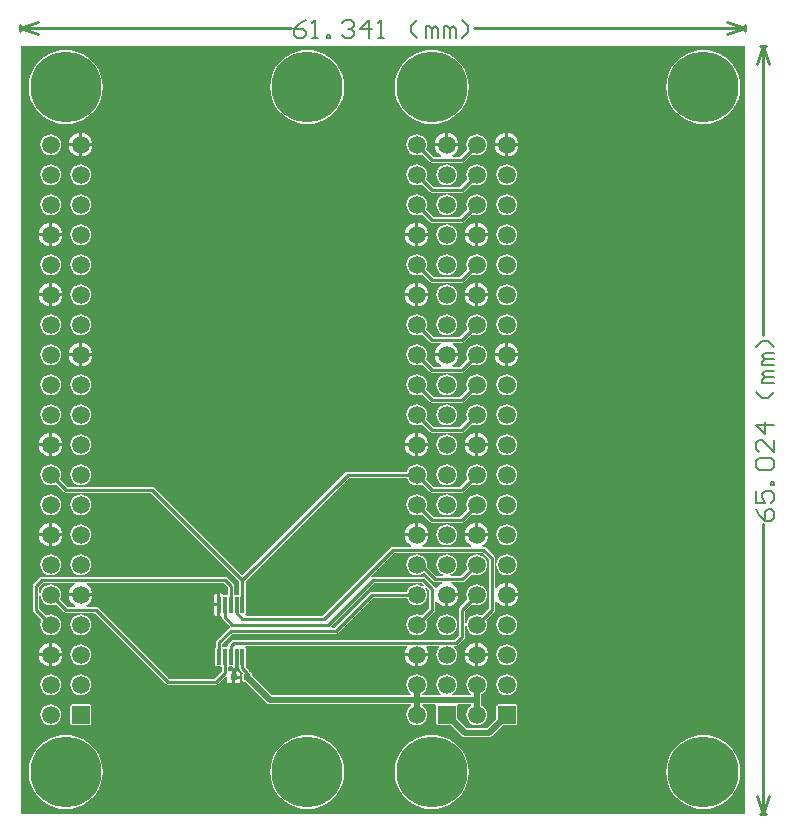
<source format=gtl>
G04 Layer_Physical_Order=1*
G04 Layer_Color=255*
%FSLAX44Y44*%
%MOMM*%
G71*
G01*
G75*
%ADD10R,0.3000X1.4000*%
%ADD11R,0.5500X0.5500*%
%ADD12C,0.2540*%
%ADD13C,0.5080*%
%ADD14C,0.1524*%
%ADD15C,6.0000*%
%ADD16R,1.5000X1.5000*%
%ADD17C,1.5000*%
G36*
X1674495Y659765D02*
X1061085D01*
Y1310005D01*
X1674495D01*
Y659765D01*
D02*
G37*
%LPC*%
G36*
X1111885Y955631D02*
X1109596Y955329D01*
X1107462Y954446D01*
X1105630Y953040D01*
X1104224Y951208D01*
X1103341Y949074D01*
X1103039Y946785D01*
X1103341Y944496D01*
X1104224Y942362D01*
X1105630Y940530D01*
X1107462Y939124D01*
X1109596Y938241D01*
X1111885Y937939D01*
X1114174Y938241D01*
X1116308Y939124D01*
X1118140Y940530D01*
X1119546Y942362D01*
X1120429Y944496D01*
X1120731Y946785D01*
X1120429Y949074D01*
X1119546Y951208D01*
X1118140Y953040D01*
X1116308Y954446D01*
X1114174Y955329D01*
X1111885Y955631D01*
D02*
G37*
G36*
X1421765D02*
X1419476Y955329D01*
X1417342Y954446D01*
X1415510Y953040D01*
X1414104Y951208D01*
X1413221Y949074D01*
X1412919Y946785D01*
X1413221Y944496D01*
X1414104Y942362D01*
X1415510Y940530D01*
X1417342Y939124D01*
X1419476Y938241D01*
X1421765Y937939D01*
X1424054Y938241D01*
X1426188Y939124D01*
X1428020Y940530D01*
X1429426Y942362D01*
X1430309Y944496D01*
X1430611Y946785D01*
X1430309Y949074D01*
X1429426Y951208D01*
X1428020Y953040D01*
X1426188Y954446D01*
X1424054Y955329D01*
X1421765Y955631D01*
D02*
G37*
G36*
X1472565Y930231D02*
X1470276Y929929D01*
X1468142Y929046D01*
X1466310Y927640D01*
X1464904Y925808D01*
X1464021Y923674D01*
X1463719Y921385D01*
X1464021Y919096D01*
X1464904Y916962D01*
X1466310Y915130D01*
X1468142Y913724D01*
X1470276Y912841D01*
X1472565Y912539D01*
X1474854Y912841D01*
X1476988Y913724D01*
X1478820Y915130D01*
X1480226Y916962D01*
X1481109Y919096D01*
X1481411Y921385D01*
X1481109Y923674D01*
X1480226Y925808D01*
X1478820Y927640D01*
X1476988Y929046D01*
X1474854Y929929D01*
X1472565Y930231D01*
D02*
G37*
G36*
X1447165Y955631D02*
X1444876Y955329D01*
X1442742Y954446D01*
X1440910Y953040D01*
X1439504Y951208D01*
X1438621Y949074D01*
X1438319Y946785D01*
X1438621Y944496D01*
X1439380Y942663D01*
X1433392Y936675D01*
X1410138D01*
X1404150Y942663D01*
X1404909Y944496D01*
X1405211Y946785D01*
X1404909Y949074D01*
X1404026Y951208D01*
X1402620Y953040D01*
X1400788Y954446D01*
X1398654Y955329D01*
X1396365Y955631D01*
X1394076Y955329D01*
X1391942Y954446D01*
X1390110Y953040D01*
X1388704Y951208D01*
X1387945Y949375D01*
X1337945D01*
X1336954Y949178D01*
X1336114Y948616D01*
X1248885Y861387D01*
X1174356Y935916D01*
X1173516Y936478D01*
X1172525Y936675D01*
X1100258D01*
X1094270Y942663D01*
X1095029Y944496D01*
X1095331Y946785D01*
X1095029Y949074D01*
X1094146Y951208D01*
X1092740Y953040D01*
X1090908Y954446D01*
X1088774Y955329D01*
X1086485Y955631D01*
X1084196Y955329D01*
X1082062Y954446D01*
X1080230Y953040D01*
X1078824Y951208D01*
X1077941Y949074D01*
X1077639Y946785D01*
X1077941Y944496D01*
X1078824Y942362D01*
X1080230Y940530D01*
X1082062Y939124D01*
X1084196Y938241D01*
X1086485Y937939D01*
X1088774Y938241D01*
X1090608Y939000D01*
X1097354Y932254D01*
X1098194Y931692D01*
X1099185Y931495D01*
X1171452D01*
X1246295Y856652D01*
Y845688D01*
X1245385Y845080D01*
X1242385D01*
X1241475Y845688D01*
Y852805D01*
X1241278Y853796D01*
X1240716Y854636D01*
X1235636Y859716D01*
X1234796Y860278D01*
X1233805Y860475D01*
X1078865D01*
X1077874Y860278D01*
X1077034Y859716D01*
X1071954Y854636D01*
X1071392Y853796D01*
X1071195Y852805D01*
Y832485D01*
X1071392Y831494D01*
X1071954Y830654D01*
X1078700Y823907D01*
X1077941Y822074D01*
X1077639Y819785D01*
X1077941Y817496D01*
X1078824Y815362D01*
X1080230Y813530D01*
X1082062Y812124D01*
X1084196Y811241D01*
X1086485Y810939D01*
X1088774Y811241D01*
X1090908Y812124D01*
X1092740Y813530D01*
X1094146Y815362D01*
X1095029Y817496D01*
X1095331Y819785D01*
X1095029Y822074D01*
X1094146Y824208D01*
X1092740Y826040D01*
X1090908Y827446D01*
X1088774Y828329D01*
X1086485Y828631D01*
X1084196Y828329D01*
X1082363Y827570D01*
X1076375Y833558D01*
Y851732D01*
X1079938Y855295D01*
X1106739D01*
X1106992Y854025D01*
X1106822Y853955D01*
X1104724Y852346D01*
X1103115Y850248D01*
X1102103Y847806D01*
X1101926Y846455D01*
X1111885D01*
X1121844D01*
X1121667Y847806D01*
X1120655Y850248D01*
X1119046Y852346D01*
X1116948Y853955D01*
X1116778Y854025D01*
X1117031Y855295D01*
X1232732D01*
X1236295Y851732D01*
Y845688D01*
X1235385Y845080D01*
X1232521D01*
X1232216Y845536D01*
X1231376Y846098D01*
X1230385Y846295D01*
X1230155D01*
Y836705D01*
Y827115D01*
X1230385D01*
X1231161Y826479D01*
X1231305Y826003D01*
X1231492Y825064D01*
X1232054Y824224D01*
X1237887Y818391D01*
X1237889Y817940D01*
X1237692Y817028D01*
X1237611Y816909D01*
X1237054Y816536D01*
X1227054Y806536D01*
X1226492Y805696D01*
X1226295Y804705D01*
Y800393D01*
X1226010Y799705D01*
Y785705D01*
X1226413Y784733D01*
X1227385Y784330D01*
X1230385D01*
X1231295Y783722D01*
Y780298D01*
X1225112Y774115D01*
X1186618D01*
X1126416Y834316D01*
X1125576Y834878D01*
X1124585Y835075D01*
X1117031D01*
X1116778Y836345D01*
X1116948Y836415D01*
X1119046Y838024D01*
X1120655Y840122D01*
X1121667Y842564D01*
X1121844Y843915D01*
X1111885D01*
X1101926D01*
X1102103Y842564D01*
X1103115Y840122D01*
X1104724Y838024D01*
X1106822Y836415D01*
X1106992Y836345D01*
X1106739Y835075D01*
X1100258D01*
X1094270Y841062D01*
X1095029Y842896D01*
X1095331Y845185D01*
X1095029Y847474D01*
X1094146Y849608D01*
X1092740Y851440D01*
X1090908Y852846D01*
X1088774Y853729D01*
X1086485Y854031D01*
X1084196Y853729D01*
X1082062Y852846D01*
X1080230Y851440D01*
X1078824Y849608D01*
X1077941Y847474D01*
X1077639Y845185D01*
X1077941Y842896D01*
X1078824Y840762D01*
X1080230Y838930D01*
X1082062Y837524D01*
X1084196Y836641D01*
X1086485Y836339D01*
X1088774Y836641D01*
X1090608Y837400D01*
X1097354Y830654D01*
X1098194Y830092D01*
X1099185Y829895D01*
X1123512D01*
X1183714Y769694D01*
X1184554Y769132D01*
X1185545Y768935D01*
X1226185D01*
X1227176Y769132D01*
X1228016Y769694D01*
X1234688Y776366D01*
X1235958Y775840D01*
Y772585D01*
X1236155Y771594D01*
X1236717Y770754D01*
X1237557Y770192D01*
X1238548Y769995D01*
X1240028D01*
Y775335D01*
Y780675D01*
X1238548D01*
X1237745Y780515D01*
X1237193Y780748D01*
X1236475Y781282D01*
Y783722D01*
X1237385Y784330D01*
X1240249D01*
X1240554Y783874D01*
X1241394Y783312D01*
X1242385Y783115D01*
X1242615D01*
Y792705D01*
X1245155D01*
Y783115D01*
X1245385D01*
X1246492Y782124D01*
X1247054Y781284D01*
X1249263Y779074D01*
X1249260Y779057D01*
X1248857Y778085D01*
Y772585D01*
X1249260Y771613D01*
X1250232Y771210D01*
X1251486D01*
X1269158Y753538D01*
X1270418Y752696D01*
X1271905Y752400D01*
X1391438D01*
X1391761Y751659D01*
X1391792Y751130D01*
X1390110Y749840D01*
X1388704Y748008D01*
X1387821Y745874D01*
X1387519Y743585D01*
X1387821Y741296D01*
X1388704Y739162D01*
X1390110Y737330D01*
X1391942Y735924D01*
X1394076Y735041D01*
X1396365Y734739D01*
X1398654Y735041D01*
X1400788Y735924D01*
X1402620Y737330D01*
X1404026Y739162D01*
X1404909Y741296D01*
X1405211Y743585D01*
X1404909Y745874D01*
X1404026Y748008D01*
X1402620Y749840D01*
X1400938Y751130D01*
X1400969Y751659D01*
X1401292Y752400D01*
X1412061D01*
X1412909Y751130D01*
X1412890Y751085D01*
Y736085D01*
X1413293Y735113D01*
X1414265Y734710D01*
X1425146D01*
X1434258Y725598D01*
X1435518Y724756D01*
X1437005Y724460D01*
X1457325D01*
X1458812Y724756D01*
X1460072Y725598D01*
X1469184Y734710D01*
X1480065D01*
X1481037Y735113D01*
X1481440Y736085D01*
Y751085D01*
X1481037Y752057D01*
X1480065Y752460D01*
X1465065D01*
X1464093Y752057D01*
X1463690Y751085D01*
Y740204D01*
X1455716Y732230D01*
X1438614D01*
X1430640Y740204D01*
Y751085D01*
X1430621Y751130D01*
X1431470Y752400D01*
X1442238D01*
X1442561Y751659D01*
X1442592Y751130D01*
X1440910Y749840D01*
X1439504Y748008D01*
X1438621Y745874D01*
X1438319Y743585D01*
X1438621Y741296D01*
X1439504Y739162D01*
X1440910Y737330D01*
X1442742Y735924D01*
X1444876Y735041D01*
X1447165Y734739D01*
X1449454Y735041D01*
X1451588Y735924D01*
X1453420Y737330D01*
X1454826Y739162D01*
X1455709Y741296D01*
X1456011Y743585D01*
X1455709Y745874D01*
X1454826Y748008D01*
X1453420Y749840D01*
X1451588Y751246D01*
X1451050Y751469D01*
Y761102D01*
X1451588Y761324D01*
X1453420Y762730D01*
X1454826Y764562D01*
X1455709Y766696D01*
X1456011Y768985D01*
X1455709Y771274D01*
X1454826Y773408D01*
X1453420Y775240D01*
X1451588Y776646D01*
X1449454Y777529D01*
X1447165Y777831D01*
X1444876Y777529D01*
X1442742Y776646D01*
X1440910Y775240D01*
X1439504Y773408D01*
X1438621Y771274D01*
X1438319Y768985D01*
X1438621Y766696D01*
X1439504Y764562D01*
X1440910Y762730D01*
X1442592Y761440D01*
X1442561Y760911D01*
X1442238Y760170D01*
X1426692D01*
X1426369Y760911D01*
X1426338Y761440D01*
X1428020Y762730D01*
X1429426Y764562D01*
X1430309Y766696D01*
X1430611Y768985D01*
X1430309Y771274D01*
X1429426Y773408D01*
X1428020Y775240D01*
X1426188Y776646D01*
X1424054Y777529D01*
X1421765Y777831D01*
X1419476Y777529D01*
X1417342Y776646D01*
X1415510Y775240D01*
X1414104Y773408D01*
X1413221Y771274D01*
X1412919Y768985D01*
X1413221Y766696D01*
X1414104Y764562D01*
X1415510Y762730D01*
X1417192Y761440D01*
X1417161Y760911D01*
X1416838Y760170D01*
X1401292D01*
X1400969Y760911D01*
X1400938Y761440D01*
X1402620Y762730D01*
X1404026Y764562D01*
X1404909Y766696D01*
X1405211Y768985D01*
X1404909Y771274D01*
X1404026Y773408D01*
X1402620Y775240D01*
X1400788Y776646D01*
X1398654Y777529D01*
X1396365Y777831D01*
X1394076Y777529D01*
X1391942Y776646D01*
X1390110Y775240D01*
X1388704Y773408D01*
X1387821Y771274D01*
X1387519Y768985D01*
X1387821Y766696D01*
X1388704Y764562D01*
X1390110Y762730D01*
X1391792Y761440D01*
X1391761Y760911D01*
X1391438Y760170D01*
X1273514D01*
X1257107Y776577D01*
Y778085D01*
X1256704Y779057D01*
X1255732Y779460D01*
X1255484D01*
X1255375Y780009D01*
X1254813Y780849D01*
X1251475Y784188D01*
Y785017D01*
X1251760Y785705D01*
Y799705D01*
X1251357Y800677D01*
X1251337Y800685D01*
X1251590Y801955D01*
X1387918D01*
X1388544Y800685D01*
X1387595Y799448D01*
X1386583Y797006D01*
X1386406Y795655D01*
X1396365D01*
X1406324D01*
X1406147Y797006D01*
X1405135Y799448D01*
X1404186Y800685D01*
X1404812Y801955D01*
X1415249D01*
X1415657Y800753D01*
X1415510Y800640D01*
X1414104Y798808D01*
X1413221Y796674D01*
X1412919Y794385D01*
X1413221Y792096D01*
X1414104Y789962D01*
X1415510Y788130D01*
X1417342Y786724D01*
X1419476Y785841D01*
X1421765Y785539D01*
X1424054Y785841D01*
X1426188Y786724D01*
X1428020Y788130D01*
X1429426Y789962D01*
X1430309Y792096D01*
X1430611Y794385D01*
X1430309Y796674D01*
X1429426Y798808D01*
X1428020Y800640D01*
X1427873Y800753D01*
X1428281Y801955D01*
X1429385D01*
X1430376Y802152D01*
X1431216Y802714D01*
X1436296Y807794D01*
X1436858Y808634D01*
X1437055Y809625D01*
Y831412D01*
X1443042Y837400D01*
X1444876Y836641D01*
X1447165Y836339D01*
X1449454Y836641D01*
X1451588Y837524D01*
X1453420Y838930D01*
X1454826Y840762D01*
X1455709Y842896D01*
X1456011Y845185D01*
X1455709Y847474D01*
X1454826Y849608D01*
X1453420Y851440D01*
X1451588Y852846D01*
X1449454Y853729D01*
X1447165Y854031D01*
X1444876Y853729D01*
X1442742Y852846D01*
X1440910Y851440D01*
X1439504Y849608D01*
X1438621Y847474D01*
X1438319Y845185D01*
X1438621Y842896D01*
X1439380Y841062D01*
X1432634Y834316D01*
X1432072Y833476D01*
X1431875Y832485D01*
Y810698D01*
X1428312Y807135D01*
X1241425D01*
X1240434Y806938D01*
X1239594Y806376D01*
X1237054Y803836D01*
X1236492Y802996D01*
X1236309Y802072D01*
X1236124Y801573D01*
X1235385Y801080D01*
X1232385D01*
X1231475Y801688D01*
Y803632D01*
X1239958Y812115D01*
X1327785D01*
X1328776Y812312D01*
X1329616Y812874D01*
X1359338Y842595D01*
X1387945D01*
X1388704Y840762D01*
X1390110Y838930D01*
X1391942Y837524D01*
X1394076Y836641D01*
X1396365Y836339D01*
X1398654Y836641D01*
X1400788Y837524D01*
X1402620Y838930D01*
X1404026Y840762D01*
X1404909Y842896D01*
X1405211Y845185D01*
X1404909Y847474D01*
X1404026Y849608D01*
X1403240Y850631D01*
X1404197Y851470D01*
X1406475Y849192D01*
Y833558D01*
X1400488Y827570D01*
X1398654Y828329D01*
X1396365Y828631D01*
X1394076Y828329D01*
X1391942Y827446D01*
X1390110Y826040D01*
X1388704Y824208D01*
X1387821Y822074D01*
X1387519Y819785D01*
X1387821Y817496D01*
X1388704Y815362D01*
X1390110Y813530D01*
X1391942Y812124D01*
X1394076Y811241D01*
X1396365Y810939D01*
X1398654Y811241D01*
X1400788Y812124D01*
X1402620Y813530D01*
X1404026Y815362D01*
X1404909Y817496D01*
X1405211Y819785D01*
X1404909Y822074D01*
X1404150Y823907D01*
X1410896Y830654D01*
X1411458Y831494D01*
X1411655Y832485D01*
Y840039D01*
X1412925Y840292D01*
X1412995Y840122D01*
X1414604Y838024D01*
X1416702Y836415D01*
X1419144Y835403D01*
X1420495Y835226D01*
Y845185D01*
X1421765D01*
Y846455D01*
X1431724D01*
X1431547Y847806D01*
X1430535Y850248D01*
X1428926Y852346D01*
X1426828Y853955D01*
X1425125Y854660D01*
X1425378Y855930D01*
X1435100D01*
X1436091Y856127D01*
X1436931Y856689D01*
X1443042Y862800D01*
X1444876Y862041D01*
X1447165Y861739D01*
X1449454Y862041D01*
X1451588Y862924D01*
X1453420Y864330D01*
X1454826Y866162D01*
X1455709Y868296D01*
X1456011Y870585D01*
X1455709Y872874D01*
X1454826Y875008D01*
X1453420Y876840D01*
X1451588Y878246D01*
X1449454Y879129D01*
X1447165Y879431D01*
X1444876Y879129D01*
X1442742Y878246D01*
X1440910Y876840D01*
X1439504Y875008D01*
X1438621Y872874D01*
X1438319Y870585D01*
X1438621Y868296D01*
X1439380Y866462D01*
X1434027Y861110D01*
X1425125D01*
X1424873Y862380D01*
X1426188Y862924D01*
X1428020Y864330D01*
X1429426Y866162D01*
X1430309Y868296D01*
X1430611Y870585D01*
X1430309Y872874D01*
X1429426Y875008D01*
X1428020Y876840D01*
X1426188Y878246D01*
X1424054Y879129D01*
X1421765Y879431D01*
X1419476Y879129D01*
X1417342Y878246D01*
X1415510Y876840D01*
X1414104Y875008D01*
X1413221Y872874D01*
X1412919Y870585D01*
X1413221Y868296D01*
X1414104Y866162D01*
X1415510Y864330D01*
X1417342Y862924D01*
X1418657Y862380D01*
X1418405Y861110D01*
X1412740D01*
X1404984Y868866D01*
X1405211Y870585D01*
X1404909Y872874D01*
X1404026Y875008D01*
X1402620Y876840D01*
X1400788Y878246D01*
X1398654Y879129D01*
X1396365Y879431D01*
X1394076Y879129D01*
X1391942Y878246D01*
X1390110Y876840D01*
X1388704Y875008D01*
X1387821Y872874D01*
X1387519Y870585D01*
X1387821Y868296D01*
X1388704Y866162D01*
X1390110Y864330D01*
X1391942Y862924D01*
X1394076Y862041D01*
X1396365Y861739D01*
X1398654Y862041D01*
X1400788Y862924D01*
X1402379Y864146D01*
X1409836Y856689D01*
X1410677Y856127D01*
X1411668Y855930D01*
X1418152D01*
X1418405Y854660D01*
X1416702Y853955D01*
X1414604Y852346D01*
X1412995Y850248D01*
X1412925Y850079D01*
X1411724Y850255D01*
X1411646Y850310D01*
X1411458Y851256D01*
X1410896Y852096D01*
X1403276Y859716D01*
X1402436Y860278D01*
X1401445Y860475D01*
X1359535D01*
X1358544Y860278D01*
X1358400Y860181D01*
X1357590Y861168D01*
X1377118Y880695D01*
X1451807D01*
X1457275Y875227D01*
Y833558D01*
X1451288Y827570D01*
X1449454Y828329D01*
X1447165Y828631D01*
X1444876Y828329D01*
X1442742Y827446D01*
X1440910Y826040D01*
X1439504Y824208D01*
X1438621Y822074D01*
X1438319Y819785D01*
X1438621Y817496D01*
X1439504Y815362D01*
X1440910Y813530D01*
X1442742Y812124D01*
X1444876Y811241D01*
X1447165Y810939D01*
X1449454Y811241D01*
X1451588Y812124D01*
X1453420Y813530D01*
X1454826Y815362D01*
X1455709Y817496D01*
X1456011Y819785D01*
X1455709Y822074D01*
X1454950Y823907D01*
X1461696Y830654D01*
X1462258Y831494D01*
X1462455Y832485D01*
Y840039D01*
X1463725Y840292D01*
X1463795Y840122D01*
X1465404Y838024D01*
X1467502Y836415D01*
X1469944Y835403D01*
X1471295Y835226D01*
Y845185D01*
Y855144D01*
X1469944Y854967D01*
X1467502Y853955D01*
X1465404Y852346D01*
X1463795Y850248D01*
X1463725Y850079D01*
X1462455Y850331D01*
Y876300D01*
X1462258Y877291D01*
X1461696Y878131D01*
X1454711Y885116D01*
X1453871Y885678D01*
X1452880Y885875D01*
X1452311D01*
X1452059Y887145D01*
X1452228Y887215D01*
X1454326Y888824D01*
X1455935Y890922D01*
X1456947Y893364D01*
X1457124Y894715D01*
X1447165D01*
X1437206D01*
X1437383Y893364D01*
X1438395Y890922D01*
X1440004Y888824D01*
X1442102Y887215D01*
X1442272Y887145D01*
X1442019Y885875D01*
X1401511D01*
X1401259Y887145D01*
X1401428Y887215D01*
X1403526Y888824D01*
X1405135Y890922D01*
X1406147Y893364D01*
X1406324Y894715D01*
X1396365D01*
X1386406D01*
X1386583Y893364D01*
X1387595Y890922D01*
X1389204Y888824D01*
X1391302Y887215D01*
X1391472Y887145D01*
X1391219Y885875D01*
X1376045D01*
X1375054Y885678D01*
X1374214Y885116D01*
X1316552Y827455D01*
X1251590D01*
X1251337Y828725D01*
X1251357Y828733D01*
X1251760Y829705D01*
Y843705D01*
X1251475Y844393D01*
Y856652D01*
X1339018Y944195D01*
X1387945D01*
X1388704Y942362D01*
X1390110Y940530D01*
X1391942Y939124D01*
X1394076Y938241D01*
X1396365Y937939D01*
X1398654Y938241D01*
X1400488Y939000D01*
X1407234Y932254D01*
X1408074Y931692D01*
X1409065Y931495D01*
X1434465D01*
X1435456Y931692D01*
X1436296Y932254D01*
X1443042Y939000D01*
X1444876Y938241D01*
X1447165Y937939D01*
X1449454Y938241D01*
X1451588Y939124D01*
X1453420Y940530D01*
X1454826Y942362D01*
X1455709Y944496D01*
X1456011Y946785D01*
X1455709Y949074D01*
X1454826Y951208D01*
X1453420Y953040D01*
X1451588Y954446D01*
X1449454Y955329D01*
X1447165Y955631D01*
D02*
G37*
G36*
X1472565D02*
X1470276Y955329D01*
X1468142Y954446D01*
X1466310Y953040D01*
X1464904Y951208D01*
X1464021Y949074D01*
X1463719Y946785D01*
X1464021Y944496D01*
X1464904Y942362D01*
X1466310Y940530D01*
X1468142Y939124D01*
X1470276Y938241D01*
X1472565Y937939D01*
X1474854Y938241D01*
X1476988Y939124D01*
X1478820Y940530D01*
X1480226Y942362D01*
X1481109Y944496D01*
X1481411Y946785D01*
X1481109Y949074D01*
X1480226Y951208D01*
X1478820Y953040D01*
X1476988Y954446D01*
X1474854Y955329D01*
X1472565Y955631D01*
D02*
G37*
G36*
X1445895Y970915D02*
X1437206D01*
X1437383Y969564D01*
X1438395Y967122D01*
X1440004Y965024D01*
X1442102Y963415D01*
X1444544Y962403D01*
X1445895Y962226D01*
Y970915D01*
D02*
G37*
G36*
X1096444D02*
X1087755D01*
Y962226D01*
X1089106Y962403D01*
X1091548Y963415D01*
X1093646Y965024D01*
X1095255Y967122D01*
X1096267Y969564D01*
X1096444Y970915D01*
D02*
G37*
G36*
X1085215D02*
X1076526D01*
X1076703Y969564D01*
X1077715Y967122D01*
X1079324Y965024D01*
X1081422Y963415D01*
X1083864Y962403D01*
X1085215Y962226D01*
Y970915D01*
D02*
G37*
G36*
X1395095D02*
X1386406D01*
X1386583Y969564D01*
X1387595Y967122D01*
X1389204Y965024D01*
X1391302Y963415D01*
X1393744Y962403D01*
X1395095Y962226D01*
Y970915D01*
D02*
G37*
G36*
X1421765Y930231D02*
X1419476Y929929D01*
X1417342Y929046D01*
X1415510Y927640D01*
X1414104Y925808D01*
X1413221Y923674D01*
X1412919Y921385D01*
X1413221Y919096D01*
X1414104Y916962D01*
X1415510Y915130D01*
X1417342Y913724D01*
X1419476Y912841D01*
X1421765Y912539D01*
X1424054Y912841D01*
X1426188Y913724D01*
X1428020Y915130D01*
X1429426Y916962D01*
X1430309Y919096D01*
X1430611Y921385D01*
X1430309Y923674D01*
X1429426Y925808D01*
X1428020Y927640D01*
X1426188Y929046D01*
X1424054Y929929D01*
X1421765Y930231D01*
D02*
G37*
G36*
X1445895Y905944D02*
X1444544Y905767D01*
X1442102Y904755D01*
X1440004Y903146D01*
X1438395Y901048D01*
X1437383Y898606D01*
X1437206Y897255D01*
X1445895D01*
Y905944D01*
D02*
G37*
G36*
X1087755D02*
Y897255D01*
X1096444D01*
X1096267Y898606D01*
X1095255Y901048D01*
X1093646Y903146D01*
X1091548Y904755D01*
X1089106Y905767D01*
X1087755Y905944D01*
D02*
G37*
G36*
X1085215D02*
X1083864Y905767D01*
X1081422Y904755D01*
X1079324Y903146D01*
X1077715Y901048D01*
X1076703Y898606D01*
X1076526Y897255D01*
X1085215D01*
Y905944D01*
D02*
G37*
G36*
X1395095D02*
X1393744Y905767D01*
X1391302Y904755D01*
X1389204Y903146D01*
X1387595Y901048D01*
X1386583Y898606D01*
X1386406Y897255D01*
X1395095D01*
Y905944D01*
D02*
G37*
G36*
X1397635D02*
Y897255D01*
X1406324D01*
X1406147Y898606D01*
X1405135Y901048D01*
X1403526Y903146D01*
X1401428Y904755D01*
X1398986Y905767D01*
X1397635Y905944D01*
D02*
G37*
G36*
X1086485Y930231D02*
X1084196Y929929D01*
X1082062Y929046D01*
X1080230Y927640D01*
X1078824Y925808D01*
X1077941Y923674D01*
X1077639Y921385D01*
X1077941Y919096D01*
X1078824Y916962D01*
X1080230Y915130D01*
X1082062Y913724D01*
X1084196Y912841D01*
X1086485Y912539D01*
X1088774Y912841D01*
X1090908Y913724D01*
X1092740Y915130D01*
X1094146Y916962D01*
X1095029Y919096D01*
X1095331Y921385D01*
X1095029Y923674D01*
X1094146Y925808D01*
X1092740Y927640D01*
X1090908Y929046D01*
X1088774Y929929D01*
X1086485Y930231D01*
D02*
G37*
G36*
X1111885D02*
X1109596Y929929D01*
X1107462Y929046D01*
X1105630Y927640D01*
X1104224Y925808D01*
X1103341Y923674D01*
X1103039Y921385D01*
X1103341Y919096D01*
X1104224Y916962D01*
X1105630Y915130D01*
X1107462Y913724D01*
X1109596Y912841D01*
X1111885Y912539D01*
X1114174Y912841D01*
X1116308Y913724D01*
X1118140Y915130D01*
X1119546Y916962D01*
X1120429Y919096D01*
X1120731Y921385D01*
X1120429Y923674D01*
X1119546Y925808D01*
X1118140Y927640D01*
X1116308Y929046D01*
X1114174Y929929D01*
X1111885Y930231D01*
D02*
G37*
G36*
X1448435Y905944D02*
Y897255D01*
X1457124D01*
X1456947Y898606D01*
X1455935Y901048D01*
X1454326Y903146D01*
X1452228Y904755D01*
X1449786Y905767D01*
X1448435Y905944D01*
D02*
G37*
G36*
X1447165Y930231D02*
X1444876Y929929D01*
X1442742Y929046D01*
X1440910Y927640D01*
X1439504Y925808D01*
X1438621Y923674D01*
X1438319Y921385D01*
X1438621Y919096D01*
X1439380Y917262D01*
X1433392Y911275D01*
X1410138D01*
X1404150Y917262D01*
X1404909Y919096D01*
X1405211Y921385D01*
X1404909Y923674D01*
X1404026Y925808D01*
X1402620Y927640D01*
X1400788Y929046D01*
X1398654Y929929D01*
X1396365Y930231D01*
X1394076Y929929D01*
X1391942Y929046D01*
X1390110Y927640D01*
X1388704Y925808D01*
X1387821Y923674D01*
X1387519Y921385D01*
X1387821Y919096D01*
X1388704Y916962D01*
X1390110Y915130D01*
X1391942Y913724D01*
X1394076Y912841D01*
X1396365Y912539D01*
X1398654Y912841D01*
X1400488Y913600D01*
X1407234Y906854D01*
X1408074Y906292D01*
X1409065Y906095D01*
X1434465D01*
X1435456Y906292D01*
X1436296Y906854D01*
X1443042Y913600D01*
X1444876Y912841D01*
X1447165Y912539D01*
X1449454Y912841D01*
X1451588Y913724D01*
X1453420Y915130D01*
X1454826Y916962D01*
X1455709Y919096D01*
X1456011Y921385D01*
X1455709Y923674D01*
X1454826Y925808D01*
X1453420Y927640D01*
X1451588Y929046D01*
X1449454Y929929D01*
X1447165Y930231D01*
D02*
G37*
G36*
X1086485Y1006431D02*
X1084196Y1006129D01*
X1082062Y1005246D01*
X1080230Y1003840D01*
X1078824Y1002008D01*
X1077941Y999874D01*
X1077639Y997585D01*
X1077941Y995296D01*
X1078824Y993162D01*
X1080230Y991330D01*
X1082062Y989924D01*
X1084196Y989041D01*
X1086485Y988739D01*
X1088774Y989041D01*
X1090908Y989924D01*
X1092740Y991330D01*
X1094146Y993162D01*
X1095029Y995296D01*
X1095331Y997585D01*
X1095029Y999874D01*
X1094146Y1002008D01*
X1092740Y1003840D01*
X1090908Y1005246D01*
X1088774Y1006129D01*
X1086485Y1006431D01*
D02*
G37*
G36*
X1111885D02*
X1109596Y1006129D01*
X1107462Y1005246D01*
X1105630Y1003840D01*
X1104224Y1002008D01*
X1103341Y999874D01*
X1103039Y997585D01*
X1103341Y995296D01*
X1104224Y993162D01*
X1105630Y991330D01*
X1107462Y989924D01*
X1109596Y989041D01*
X1111885Y988739D01*
X1114174Y989041D01*
X1116308Y989924D01*
X1118140Y991330D01*
X1119546Y993162D01*
X1120429Y995296D01*
X1120731Y997585D01*
X1120429Y999874D01*
X1119546Y1002008D01*
X1118140Y1003840D01*
X1116308Y1005246D01*
X1114174Y1006129D01*
X1111885Y1006431D01*
D02*
G37*
G36*
X1448435Y982144D02*
Y973455D01*
X1457124D01*
X1456947Y974806D01*
X1455935Y977248D01*
X1454326Y979346D01*
X1452228Y980955D01*
X1449786Y981967D01*
X1448435Y982144D01*
D02*
G37*
G36*
X1447165Y1006431D02*
X1444876Y1006129D01*
X1442742Y1005246D01*
X1440910Y1003840D01*
X1439504Y1002008D01*
X1438621Y999874D01*
X1438319Y997585D01*
X1438621Y995296D01*
X1439380Y993463D01*
X1433392Y987475D01*
X1410138D01*
X1404150Y993463D01*
X1404909Y995296D01*
X1405211Y997585D01*
X1404909Y999874D01*
X1404026Y1002008D01*
X1402620Y1003840D01*
X1400788Y1005246D01*
X1398654Y1006129D01*
X1396365Y1006431D01*
X1394076Y1006129D01*
X1391942Y1005246D01*
X1390110Y1003840D01*
X1388704Y1002008D01*
X1387821Y999874D01*
X1387519Y997585D01*
X1387821Y995296D01*
X1388704Y993162D01*
X1390110Y991330D01*
X1391942Y989924D01*
X1394076Y989041D01*
X1396365Y988739D01*
X1398654Y989041D01*
X1400488Y989800D01*
X1407234Y983054D01*
X1408074Y982492D01*
X1409065Y982295D01*
X1434465D01*
X1435456Y982492D01*
X1436296Y983054D01*
X1443042Y989800D01*
X1444876Y989041D01*
X1447165Y988739D01*
X1449454Y989041D01*
X1451588Y989924D01*
X1453420Y991330D01*
X1454826Y993162D01*
X1455709Y995296D01*
X1456011Y997585D01*
X1455709Y999874D01*
X1454826Y1002008D01*
X1453420Y1003840D01*
X1451588Y1005246D01*
X1449454Y1006129D01*
X1447165Y1006431D01*
D02*
G37*
G36*
X1421765D02*
X1419476Y1006129D01*
X1417342Y1005246D01*
X1415510Y1003840D01*
X1414104Y1002008D01*
X1413221Y999874D01*
X1412919Y997585D01*
X1413221Y995296D01*
X1414104Y993162D01*
X1415510Y991330D01*
X1417342Y989924D01*
X1419476Y989041D01*
X1421765Y988739D01*
X1424054Y989041D01*
X1426188Y989924D01*
X1428020Y991330D01*
X1429426Y993162D01*
X1430309Y995296D01*
X1430611Y997585D01*
X1430309Y999874D01*
X1429426Y1002008D01*
X1428020Y1003840D01*
X1426188Y1005246D01*
X1424054Y1006129D01*
X1421765Y1006431D01*
D02*
G37*
G36*
X1086485Y1031831D02*
X1084196Y1031529D01*
X1082062Y1030646D01*
X1080230Y1029240D01*
X1078824Y1027408D01*
X1077941Y1025274D01*
X1077639Y1022985D01*
X1077941Y1020696D01*
X1078824Y1018562D01*
X1080230Y1016730D01*
X1082062Y1015324D01*
X1084196Y1014441D01*
X1086485Y1014139D01*
X1088774Y1014441D01*
X1090908Y1015324D01*
X1092740Y1016730D01*
X1094146Y1018562D01*
X1095029Y1020696D01*
X1095331Y1022985D01*
X1095029Y1025274D01*
X1094146Y1027408D01*
X1092740Y1029240D01*
X1090908Y1030646D01*
X1088774Y1031529D01*
X1086485Y1031831D01*
D02*
G37*
G36*
X1111885D02*
X1109596Y1031529D01*
X1107462Y1030646D01*
X1105630Y1029240D01*
X1104224Y1027408D01*
X1103341Y1025274D01*
X1103039Y1022985D01*
X1103341Y1020696D01*
X1104224Y1018562D01*
X1105630Y1016730D01*
X1107462Y1015324D01*
X1109596Y1014441D01*
X1111885Y1014139D01*
X1114174Y1014441D01*
X1116308Y1015324D01*
X1118140Y1016730D01*
X1119546Y1018562D01*
X1120429Y1020696D01*
X1120731Y1022985D01*
X1120429Y1025274D01*
X1119546Y1027408D01*
X1118140Y1029240D01*
X1116308Y1030646D01*
X1114174Y1031529D01*
X1111885Y1031831D01*
D02*
G37*
G36*
X1472565Y1006431D02*
X1470276Y1006129D01*
X1468142Y1005246D01*
X1466310Y1003840D01*
X1464904Y1002008D01*
X1464021Y999874D01*
X1463719Y997585D01*
X1464021Y995296D01*
X1464904Y993162D01*
X1466310Y991330D01*
X1468142Y989924D01*
X1470276Y989041D01*
X1472565Y988739D01*
X1474854Y989041D01*
X1476988Y989924D01*
X1478820Y991330D01*
X1480226Y993162D01*
X1481109Y995296D01*
X1481411Y997585D01*
X1481109Y999874D01*
X1480226Y1002008D01*
X1478820Y1003840D01*
X1476988Y1005246D01*
X1474854Y1006129D01*
X1472565Y1006431D01*
D02*
G37*
G36*
X1447165Y1031831D02*
X1444876Y1031529D01*
X1442742Y1030646D01*
X1440910Y1029240D01*
X1439504Y1027408D01*
X1438621Y1025274D01*
X1438319Y1022985D01*
X1438621Y1020696D01*
X1439380Y1018863D01*
X1433392Y1012875D01*
X1410138D01*
X1404150Y1018863D01*
X1404909Y1020696D01*
X1405211Y1022985D01*
X1404909Y1025274D01*
X1404026Y1027408D01*
X1402620Y1029240D01*
X1400788Y1030646D01*
X1398654Y1031529D01*
X1396365Y1031831D01*
X1394076Y1031529D01*
X1391942Y1030646D01*
X1390110Y1029240D01*
X1388704Y1027408D01*
X1387821Y1025274D01*
X1387519Y1022985D01*
X1387821Y1020696D01*
X1388704Y1018562D01*
X1390110Y1016730D01*
X1391942Y1015324D01*
X1394076Y1014441D01*
X1396365Y1014139D01*
X1398654Y1014441D01*
X1400488Y1015200D01*
X1407234Y1008454D01*
X1408074Y1007892D01*
X1409065Y1007695D01*
X1434465D01*
X1435456Y1007892D01*
X1436296Y1008454D01*
X1443042Y1015200D01*
X1444876Y1014441D01*
X1447165Y1014139D01*
X1449454Y1014441D01*
X1451588Y1015324D01*
X1453420Y1016730D01*
X1454826Y1018562D01*
X1455709Y1020696D01*
X1456011Y1022985D01*
X1455709Y1025274D01*
X1454826Y1027408D01*
X1453420Y1029240D01*
X1451588Y1030646D01*
X1449454Y1031529D01*
X1447165Y1031831D01*
D02*
G37*
G36*
X1397635Y982144D02*
Y973455D01*
X1406324D01*
X1406147Y974806D01*
X1405135Y977248D01*
X1403526Y979346D01*
X1401428Y980955D01*
X1398986Y981967D01*
X1397635Y982144D01*
D02*
G37*
G36*
X1111885Y981031D02*
X1109596Y980729D01*
X1107462Y979846D01*
X1105630Y978440D01*
X1104224Y976608D01*
X1103341Y974474D01*
X1103039Y972185D01*
X1103341Y969896D01*
X1104224Y967762D01*
X1105630Y965930D01*
X1107462Y964524D01*
X1109596Y963641D01*
X1111885Y963339D01*
X1114174Y963641D01*
X1116308Y964524D01*
X1118140Y965930D01*
X1119546Y967762D01*
X1120429Y969896D01*
X1120731Y972185D01*
X1120429Y974474D01*
X1119546Y976608D01*
X1118140Y978440D01*
X1116308Y979846D01*
X1114174Y980729D01*
X1111885Y981031D01*
D02*
G37*
G36*
X1421765D02*
X1419476Y980729D01*
X1417342Y979846D01*
X1415510Y978440D01*
X1414104Y976608D01*
X1413221Y974474D01*
X1412919Y972185D01*
X1413221Y969896D01*
X1414104Y967762D01*
X1415510Y965930D01*
X1417342Y964524D01*
X1419476Y963641D01*
X1421765Y963339D01*
X1424054Y963641D01*
X1426188Y964524D01*
X1428020Y965930D01*
X1429426Y967762D01*
X1430309Y969896D01*
X1430611Y972185D01*
X1430309Y974474D01*
X1429426Y976608D01*
X1428020Y978440D01*
X1426188Y979846D01*
X1424054Y980729D01*
X1421765Y981031D01*
D02*
G37*
G36*
X1406324Y970915D02*
X1397635D01*
Y962226D01*
X1398986Y962403D01*
X1401428Y963415D01*
X1403526Y965024D01*
X1405135Y967122D01*
X1406147Y969564D01*
X1406324Y970915D01*
D02*
G37*
G36*
X1457124D02*
X1448435D01*
Y962226D01*
X1449786Y962403D01*
X1452228Y963415D01*
X1454326Y965024D01*
X1455935Y967122D01*
X1456947Y969564D01*
X1457124Y970915D01*
D02*
G37*
G36*
X1472565Y981031D02*
X1470276Y980729D01*
X1468142Y979846D01*
X1466310Y978440D01*
X1464904Y976608D01*
X1464021Y974474D01*
X1463719Y972185D01*
X1464021Y969896D01*
X1464904Y967762D01*
X1466310Y965930D01*
X1468142Y964524D01*
X1470276Y963641D01*
X1472565Y963339D01*
X1474854Y963641D01*
X1476988Y964524D01*
X1478820Y965930D01*
X1480226Y967762D01*
X1481109Y969896D01*
X1481411Y972185D01*
X1481109Y974474D01*
X1480226Y976608D01*
X1478820Y978440D01*
X1476988Y979846D01*
X1474854Y980729D01*
X1472565Y981031D01*
D02*
G37*
G36*
X1445895Y982144D02*
X1444544Y981967D01*
X1442102Y980955D01*
X1440004Y979346D01*
X1438395Y977248D01*
X1437383Y974806D01*
X1437206Y973455D01*
X1445895D01*
Y982144D01*
D02*
G37*
G36*
X1087755D02*
Y973455D01*
X1096444D01*
X1096267Y974806D01*
X1095255Y977248D01*
X1093646Y979346D01*
X1091548Y980955D01*
X1089106Y981967D01*
X1087755Y982144D01*
D02*
G37*
G36*
X1085215D02*
X1083864Y981967D01*
X1081422Y980955D01*
X1079324Y979346D01*
X1077715Y977248D01*
X1076703Y974806D01*
X1076526Y973455D01*
X1085215D01*
Y982144D01*
D02*
G37*
G36*
X1395095D02*
X1393744Y981967D01*
X1391302Y980955D01*
X1389204Y979346D01*
X1387595Y977248D01*
X1386583Y974806D01*
X1386406Y973455D01*
X1395095D01*
Y982144D01*
D02*
G37*
G36*
X1472565Y904831D02*
X1470276Y904529D01*
X1468142Y903646D01*
X1466310Y902240D01*
X1464904Y900408D01*
X1464021Y898274D01*
X1463719Y895985D01*
X1464021Y893696D01*
X1464904Y891562D01*
X1466310Y889730D01*
X1468142Y888324D01*
X1470276Y887441D01*
X1472565Y887139D01*
X1474854Y887441D01*
X1476988Y888324D01*
X1478820Y889730D01*
X1480226Y891562D01*
X1481109Y893696D01*
X1481411Y895985D01*
X1481109Y898274D01*
X1480226Y900408D01*
X1478820Y902240D01*
X1476988Y903646D01*
X1474854Y904529D01*
X1472565Y904831D01*
D02*
G37*
G36*
X1395095Y793115D02*
X1386406D01*
X1386583Y791764D01*
X1387595Y789322D01*
X1389204Y787224D01*
X1391302Y785615D01*
X1393744Y784603D01*
X1395095Y784426D01*
Y793115D01*
D02*
G37*
G36*
X1445895D02*
X1437206D01*
X1437383Y791764D01*
X1438395Y789322D01*
X1440004Y787224D01*
X1442102Y785615D01*
X1444544Y784603D01*
X1445895Y784426D01*
Y793115D01*
D02*
G37*
G36*
X1244048Y780675D02*
X1242568D01*
Y776605D01*
X1246638D01*
Y778085D01*
X1246441Y779076D01*
X1245879Y779916D01*
X1245039Y780478D01*
X1244048Y780675D01*
D02*
G37*
G36*
X1085215Y793115D02*
X1076526D01*
X1076703Y791764D01*
X1077715Y789322D01*
X1079324Y787224D01*
X1081422Y785615D01*
X1083864Y784603D01*
X1085215Y784426D01*
Y793115D01*
D02*
G37*
G36*
X1096444D02*
X1087755D01*
Y784426D01*
X1089106Y784603D01*
X1091548Y785615D01*
X1093646Y787224D01*
X1095255Y789322D01*
X1096267Y791764D01*
X1096444Y793115D01*
D02*
G37*
G36*
X1111885Y803231D02*
X1109596Y802929D01*
X1107462Y802046D01*
X1105630Y800640D01*
X1104224Y798808D01*
X1103341Y796674D01*
X1103039Y794385D01*
X1103341Y792096D01*
X1104224Y789962D01*
X1105630Y788130D01*
X1107462Y786724D01*
X1109596Y785841D01*
X1111885Y785539D01*
X1114174Y785841D01*
X1116308Y786724D01*
X1118140Y788130D01*
X1119546Y789962D01*
X1120429Y792096D01*
X1120731Y794385D01*
X1120429Y796674D01*
X1119546Y798808D01*
X1118140Y800640D01*
X1116308Y802046D01*
X1114174Y802929D01*
X1111885Y803231D01*
D02*
G37*
G36*
X1472565D02*
X1470276Y802929D01*
X1468142Y802046D01*
X1466310Y800640D01*
X1464904Y798808D01*
X1464021Y796674D01*
X1463719Y794385D01*
X1464021Y792096D01*
X1464904Y789962D01*
X1466310Y788130D01*
X1468142Y786724D01*
X1470276Y785841D01*
X1472565Y785539D01*
X1474854Y785841D01*
X1476988Y786724D01*
X1478820Y788130D01*
X1480226Y789962D01*
X1481109Y792096D01*
X1481411Y794385D01*
X1481109Y796674D01*
X1480226Y798808D01*
X1478820Y800640D01*
X1476988Y802046D01*
X1474854Y802929D01*
X1472565Y803231D01*
D02*
G37*
G36*
X1406324Y793115D02*
X1397635D01*
Y784426D01*
X1398986Y784603D01*
X1401428Y785615D01*
X1403526Y787224D01*
X1405135Y789322D01*
X1406147Y791764D01*
X1406324Y793115D01*
D02*
G37*
G36*
X1457124D02*
X1448435D01*
Y784426D01*
X1449786Y784603D01*
X1452228Y785615D01*
X1454326Y787224D01*
X1455935Y789322D01*
X1456947Y791764D01*
X1457124Y793115D01*
D02*
G37*
G36*
X1246638Y774065D02*
X1242568D01*
Y769995D01*
X1244048D01*
X1245039Y770192D01*
X1245879Y770754D01*
X1246441Y771594D01*
X1246638Y772585D01*
Y774065D01*
D02*
G37*
G36*
X1409065Y726312D02*
X1404158Y725926D01*
X1399372Y724777D01*
X1394825Y722893D01*
X1390628Y720321D01*
X1386885Y717125D01*
X1383689Y713382D01*
X1381117Y709185D01*
X1379234Y704638D01*
X1378085Y699852D01*
X1377698Y694945D01*
X1378085Y690038D01*
X1379234Y685252D01*
X1381117Y680705D01*
X1383689Y676508D01*
X1386885Y672766D01*
X1390628Y669569D01*
X1394825Y666997D01*
X1399372Y665114D01*
X1404158Y663965D01*
X1409065Y663578D01*
X1413972Y663965D01*
X1418758Y665114D01*
X1423305Y666997D01*
X1427502Y669569D01*
X1431245Y672766D01*
X1434441Y676508D01*
X1437013Y680705D01*
X1438896Y685252D01*
X1440045Y690038D01*
X1440432Y694945D01*
X1440045Y699852D01*
X1438896Y704638D01*
X1437013Y709185D01*
X1434441Y713382D01*
X1431245Y717125D01*
X1427502Y720321D01*
X1423305Y722893D01*
X1418758Y724777D01*
X1413972Y725926D01*
X1409065Y726312D01*
D02*
G37*
G36*
X1639064D02*
X1634158Y725926D01*
X1629372Y724777D01*
X1624824Y722893D01*
X1620628Y720321D01*
X1616885Y717125D01*
X1613688Y713382D01*
X1611117Y709185D01*
X1609233Y704638D01*
X1608084Y699852D01*
X1607698Y694945D01*
X1608084Y690038D01*
X1609233Y685252D01*
X1611117Y680705D01*
X1613688Y676508D01*
X1616885Y672766D01*
X1620628Y669569D01*
X1624824Y666997D01*
X1629372Y665114D01*
X1634158Y663965D01*
X1639064Y663578D01*
X1643971Y663965D01*
X1648757Y665114D01*
X1653305Y666997D01*
X1657501Y669569D01*
X1661244Y672766D01*
X1664441Y676508D01*
X1667012Y680705D01*
X1668896Y685252D01*
X1670045Y690038D01*
X1670431Y694945D01*
X1670045Y699852D01*
X1668896Y704638D01*
X1667012Y709185D01*
X1664441Y713382D01*
X1661244Y717125D01*
X1657501Y720321D01*
X1653305Y722893D01*
X1648757Y724777D01*
X1643971Y725926D01*
X1639064Y726312D01*
D02*
G37*
G36*
X1099185D02*
X1094278Y725926D01*
X1089492Y724777D01*
X1084945Y722893D01*
X1080748Y720321D01*
X1077005Y717125D01*
X1073809Y713382D01*
X1071237Y709185D01*
X1069354Y704638D01*
X1068204Y699852D01*
X1067818Y694945D01*
X1068204Y690038D01*
X1069354Y685252D01*
X1071237Y680705D01*
X1073809Y676508D01*
X1077005Y672766D01*
X1080748Y669569D01*
X1084945Y666997D01*
X1089492Y665114D01*
X1094278Y663965D01*
X1099185Y663578D01*
X1104092Y663965D01*
X1108878Y665114D01*
X1113425Y666997D01*
X1117622Y669569D01*
X1121365Y672766D01*
X1124561Y676508D01*
X1127133Y680705D01*
X1129016Y685252D01*
X1130165Y690038D01*
X1130552Y694945D01*
X1130165Y699852D01*
X1129016Y704638D01*
X1127133Y709185D01*
X1124561Y713382D01*
X1121365Y717125D01*
X1117622Y720321D01*
X1113425Y722893D01*
X1108878Y724777D01*
X1104092Y725926D01*
X1099185Y726312D01*
D02*
G37*
G36*
X1303784D02*
X1298878Y725926D01*
X1294092Y724777D01*
X1289544Y722893D01*
X1285348Y720321D01*
X1281605Y717125D01*
X1278408Y713382D01*
X1275837Y709185D01*
X1273953Y704638D01*
X1272804Y699852D01*
X1272418Y694945D01*
X1272804Y690038D01*
X1273953Y685252D01*
X1275837Y680705D01*
X1278408Y676508D01*
X1281605Y672766D01*
X1285348Y669569D01*
X1289544Y666997D01*
X1294092Y665114D01*
X1298878Y663965D01*
X1303784Y663578D01*
X1308691Y663965D01*
X1313477Y665114D01*
X1318025Y666997D01*
X1322221Y669569D01*
X1325964Y672766D01*
X1329161Y676508D01*
X1331732Y680705D01*
X1333616Y685252D01*
X1334765Y690038D01*
X1335151Y694945D01*
X1334765Y699852D01*
X1333616Y704638D01*
X1331732Y709185D01*
X1329161Y713382D01*
X1325964Y717125D01*
X1322221Y720321D01*
X1318025Y722893D01*
X1313477Y724777D01*
X1308691Y725926D01*
X1303784Y726312D01*
D02*
G37*
G36*
X1119385Y752460D02*
X1104385D01*
X1103413Y752057D01*
X1103010Y751085D01*
Y736085D01*
X1103413Y735113D01*
X1104385Y734710D01*
X1119385D01*
X1120357Y735113D01*
X1120760Y736085D01*
Y751085D01*
X1120357Y752057D01*
X1119385Y752460D01*
D02*
G37*
G36*
X1111885Y777831D02*
X1109596Y777529D01*
X1107462Y776646D01*
X1105630Y775240D01*
X1104224Y773408D01*
X1103341Y771274D01*
X1103039Y768985D01*
X1103341Y766696D01*
X1104224Y764562D01*
X1105630Y762730D01*
X1107462Y761324D01*
X1109596Y760441D01*
X1111885Y760139D01*
X1114174Y760441D01*
X1116308Y761324D01*
X1118140Y762730D01*
X1119546Y764562D01*
X1120429Y766696D01*
X1120731Y768985D01*
X1120429Y771274D01*
X1119546Y773408D01*
X1118140Y775240D01*
X1116308Y776646D01*
X1114174Y777529D01*
X1111885Y777831D01*
D02*
G37*
G36*
X1472565D02*
X1470276Y777529D01*
X1468142Y776646D01*
X1466310Y775240D01*
X1464904Y773408D01*
X1464021Y771274D01*
X1463719Y768985D01*
X1464021Y766696D01*
X1464904Y764562D01*
X1466310Y762730D01*
X1468142Y761324D01*
X1470276Y760441D01*
X1472565Y760139D01*
X1474854Y760441D01*
X1476988Y761324D01*
X1478820Y762730D01*
X1480226Y764562D01*
X1481109Y766696D01*
X1481411Y768985D01*
X1481109Y771274D01*
X1480226Y773408D01*
X1478820Y775240D01*
X1476988Y776646D01*
X1474854Y777529D01*
X1472565Y777831D01*
D02*
G37*
G36*
X1086485Y752431D02*
X1084196Y752129D01*
X1082062Y751246D01*
X1080230Y749840D01*
X1078824Y748008D01*
X1077941Y745874D01*
X1077639Y743585D01*
X1077941Y741296D01*
X1078824Y739162D01*
X1080230Y737330D01*
X1082062Y735924D01*
X1084196Y735041D01*
X1086485Y734739D01*
X1088774Y735041D01*
X1090908Y735924D01*
X1092740Y737330D01*
X1094146Y739162D01*
X1095029Y741296D01*
X1095331Y743585D01*
X1095029Y745874D01*
X1094146Y748008D01*
X1092740Y749840D01*
X1090908Y751246D01*
X1088774Y752129D01*
X1086485Y752431D01*
D02*
G37*
G36*
Y777831D02*
X1084196Y777529D01*
X1082062Y776646D01*
X1080230Y775240D01*
X1078824Y773408D01*
X1077941Y771274D01*
X1077639Y768985D01*
X1077941Y766696D01*
X1078824Y764562D01*
X1080230Y762730D01*
X1082062Y761324D01*
X1084196Y760441D01*
X1086485Y760139D01*
X1088774Y760441D01*
X1090908Y761324D01*
X1092740Y762730D01*
X1094146Y764562D01*
X1095029Y766696D01*
X1095331Y768985D01*
X1095029Y771274D01*
X1094146Y773408D01*
X1092740Y775240D01*
X1090908Y776646D01*
X1088774Y777529D01*
X1086485Y777831D01*
D02*
G37*
G36*
Y879431D02*
X1084196Y879129D01*
X1082062Y878246D01*
X1080230Y876840D01*
X1078824Y875008D01*
X1077941Y872874D01*
X1077639Y870585D01*
X1077941Y868296D01*
X1078824Y866162D01*
X1080230Y864330D01*
X1082062Y862924D01*
X1084196Y862041D01*
X1086485Y861739D01*
X1088774Y862041D01*
X1090908Y862924D01*
X1092740Y864330D01*
X1094146Y866162D01*
X1095029Y868296D01*
X1095331Y870585D01*
X1095029Y872874D01*
X1094146Y875008D01*
X1092740Y876840D01*
X1090908Y878246D01*
X1088774Y879129D01*
X1086485Y879431D01*
D02*
G37*
G36*
X1111885D02*
X1109596Y879129D01*
X1107462Y878246D01*
X1105630Y876840D01*
X1104224Y875008D01*
X1103341Y872874D01*
X1103039Y870585D01*
X1103341Y868296D01*
X1104224Y866162D01*
X1105630Y864330D01*
X1107462Y862924D01*
X1109596Y862041D01*
X1111885Y861739D01*
X1114174Y862041D01*
X1116308Y862924D01*
X1118140Y864330D01*
X1119546Y866162D01*
X1120429Y868296D01*
X1120731Y870585D01*
X1120429Y872874D01*
X1119546Y875008D01*
X1118140Y876840D01*
X1116308Y878246D01*
X1114174Y879129D01*
X1111885Y879431D01*
D02*
G37*
G36*
X1227615Y846295D02*
X1227385D01*
X1226394Y846098D01*
X1225554Y845536D01*
X1224992Y844696D01*
X1224795Y843705D01*
Y837975D01*
X1227615D01*
Y846295D01*
D02*
G37*
G36*
X1473835Y855144D02*
Y846455D01*
X1482524D01*
X1482347Y847806D01*
X1481335Y850248D01*
X1479726Y852346D01*
X1477628Y853955D01*
X1475186Y854967D01*
X1473835Y855144D01*
D02*
G37*
G36*
X1472565Y879431D02*
X1470276Y879129D01*
X1468142Y878246D01*
X1466310Y876840D01*
X1464904Y875008D01*
X1464021Y872874D01*
X1463719Y870585D01*
X1464021Y868296D01*
X1464904Y866162D01*
X1466310Y864330D01*
X1468142Y862924D01*
X1470276Y862041D01*
X1472565Y861739D01*
X1474854Y862041D01*
X1476988Y862924D01*
X1478820Y864330D01*
X1480226Y866162D01*
X1481109Y868296D01*
X1481411Y870585D01*
X1481109Y872874D01*
X1480226Y875008D01*
X1478820Y876840D01*
X1476988Y878246D01*
X1474854Y879129D01*
X1472565Y879431D01*
D02*
G37*
G36*
X1111885Y904831D02*
X1109596Y904529D01*
X1107462Y903646D01*
X1105630Y902240D01*
X1104224Y900408D01*
X1103341Y898274D01*
X1103039Y895985D01*
X1103341Y893696D01*
X1104224Y891562D01*
X1105630Y889730D01*
X1107462Y888324D01*
X1109596Y887441D01*
X1111885Y887139D01*
X1114174Y887441D01*
X1116308Y888324D01*
X1118140Y889730D01*
X1119546Y891562D01*
X1120429Y893696D01*
X1120731Y895985D01*
X1120429Y898274D01*
X1119546Y900408D01*
X1118140Y902240D01*
X1116308Y903646D01*
X1114174Y904529D01*
X1111885Y904831D01*
D02*
G37*
G36*
X1421765D02*
X1419476Y904529D01*
X1417342Y903646D01*
X1415510Y902240D01*
X1414104Y900408D01*
X1413221Y898274D01*
X1412919Y895985D01*
X1413221Y893696D01*
X1414104Y891562D01*
X1415510Y889730D01*
X1417342Y888324D01*
X1419476Y887441D01*
X1421765Y887139D01*
X1424054Y887441D01*
X1426188Y888324D01*
X1428020Y889730D01*
X1429426Y891562D01*
X1430309Y893696D01*
X1430611Y895985D01*
X1430309Y898274D01*
X1429426Y900408D01*
X1428020Y902240D01*
X1426188Y903646D01*
X1424054Y904529D01*
X1421765Y904831D01*
D02*
G37*
G36*
X1085215Y894715D02*
X1076526D01*
X1076703Y893364D01*
X1077715Y890922D01*
X1079324Y888824D01*
X1081422Y887215D01*
X1083864Y886203D01*
X1085215Y886026D01*
Y894715D01*
D02*
G37*
G36*
X1096444D02*
X1087755D01*
Y886026D01*
X1089106Y886203D01*
X1091548Y887215D01*
X1093646Y888824D01*
X1095255Y890922D01*
X1096267Y893364D01*
X1096444Y894715D01*
D02*
G37*
G36*
X1482524Y843915D02*
X1473835D01*
Y835226D01*
X1475186Y835403D01*
X1477628Y836415D01*
X1479726Y838024D01*
X1481335Y840122D01*
X1482347Y842564D01*
X1482524Y843915D01*
D02*
G37*
G36*
X1087755Y804344D02*
Y795655D01*
X1096444D01*
X1096267Y797006D01*
X1095255Y799448D01*
X1093646Y801546D01*
X1091548Y803155D01*
X1089106Y804167D01*
X1087755Y804344D01*
D02*
G37*
G36*
X1448435D02*
Y795655D01*
X1457124D01*
X1456947Y797006D01*
X1455935Y799448D01*
X1454326Y801546D01*
X1452228Y803155D01*
X1449786Y804167D01*
X1448435Y804344D01*
D02*
G37*
G36*
X1085215D02*
X1083864Y804167D01*
X1081422Y803155D01*
X1079324Y801546D01*
X1077715Y799448D01*
X1076703Y797006D01*
X1076526Y795655D01*
X1085215D01*
Y804344D01*
D02*
G37*
G36*
X1445895D02*
X1444544Y804167D01*
X1442102Y803155D01*
X1440004Y801546D01*
X1438395Y799448D01*
X1437383Y797006D01*
X1437206Y795655D01*
X1445895D01*
Y804344D01*
D02*
G37*
G36*
X1111885Y828631D02*
X1109596Y828329D01*
X1107462Y827446D01*
X1105630Y826040D01*
X1104224Y824208D01*
X1103341Y822074D01*
X1103039Y819785D01*
X1103341Y817496D01*
X1104224Y815362D01*
X1105630Y813530D01*
X1107462Y812124D01*
X1109596Y811241D01*
X1111885Y810939D01*
X1114174Y811241D01*
X1116308Y812124D01*
X1118140Y813530D01*
X1119546Y815362D01*
X1120429Y817496D01*
X1120731Y819785D01*
X1120429Y822074D01*
X1119546Y824208D01*
X1118140Y826040D01*
X1116308Y827446D01*
X1114174Y828329D01*
X1111885Y828631D01*
D02*
G37*
G36*
X1227615Y835435D02*
X1224795D01*
Y829705D01*
X1224992Y828714D01*
X1225554Y827874D01*
X1226394Y827312D01*
X1227385Y827115D01*
X1227615D01*
Y835435D01*
D02*
G37*
G36*
X1431724Y843915D02*
X1423035D01*
Y835226D01*
X1424386Y835403D01*
X1426828Y836415D01*
X1428926Y838024D01*
X1430535Y840122D01*
X1431547Y842564D01*
X1431724Y843915D01*
D02*
G37*
G36*
X1421765Y828631D02*
X1419476Y828329D01*
X1417342Y827446D01*
X1415510Y826040D01*
X1414104Y824208D01*
X1413221Y822074D01*
X1412919Y819785D01*
X1413221Y817496D01*
X1414104Y815362D01*
X1415510Y813530D01*
X1417342Y812124D01*
X1419476Y811241D01*
X1421765Y810939D01*
X1424054Y811241D01*
X1426188Y812124D01*
X1428020Y813530D01*
X1429426Y815362D01*
X1430309Y817496D01*
X1430611Y819785D01*
X1430309Y822074D01*
X1429426Y824208D01*
X1428020Y826040D01*
X1426188Y827446D01*
X1424054Y828329D01*
X1421765Y828631D01*
D02*
G37*
G36*
X1472565D02*
X1470276Y828329D01*
X1468142Y827446D01*
X1466310Y826040D01*
X1464904Y824208D01*
X1464021Y822074D01*
X1463719Y819785D01*
X1464021Y817496D01*
X1464904Y815362D01*
X1466310Y813530D01*
X1468142Y812124D01*
X1470276Y811241D01*
X1472565Y810939D01*
X1474854Y811241D01*
X1476988Y812124D01*
X1478820Y813530D01*
X1480226Y815362D01*
X1481109Y817496D01*
X1481411Y819785D01*
X1481109Y822074D01*
X1480226Y824208D01*
X1478820Y826040D01*
X1476988Y827446D01*
X1474854Y828329D01*
X1472565Y828631D01*
D02*
G37*
G36*
X1448435Y1159944D02*
Y1151255D01*
X1457124D01*
X1456947Y1152606D01*
X1455935Y1155048D01*
X1454326Y1157146D01*
X1452228Y1158755D01*
X1449786Y1159767D01*
X1448435Y1159944D01*
D02*
G37*
G36*
X1447165Y1184231D02*
X1444876Y1183929D01*
X1442742Y1183046D01*
X1440910Y1181640D01*
X1439504Y1179808D01*
X1438621Y1177674D01*
X1438319Y1175385D01*
X1438621Y1173096D01*
X1439380Y1171263D01*
X1433392Y1165275D01*
X1410138D01*
X1404150Y1171263D01*
X1404909Y1173096D01*
X1405211Y1175385D01*
X1404909Y1177674D01*
X1404026Y1179808D01*
X1402620Y1181640D01*
X1400788Y1183046D01*
X1398654Y1183929D01*
X1396365Y1184231D01*
X1394076Y1183929D01*
X1391942Y1183046D01*
X1390110Y1181640D01*
X1388704Y1179808D01*
X1387821Y1177674D01*
X1387519Y1175385D01*
X1387821Y1173096D01*
X1388704Y1170962D01*
X1390110Y1169130D01*
X1391942Y1167724D01*
X1394076Y1166841D01*
X1396365Y1166539D01*
X1398654Y1166841D01*
X1400488Y1167600D01*
X1407234Y1160854D01*
X1408074Y1160292D01*
X1409065Y1160095D01*
X1434465D01*
X1435456Y1160292D01*
X1436296Y1160854D01*
X1443042Y1167600D01*
X1444876Y1166841D01*
X1447165Y1166539D01*
X1449454Y1166841D01*
X1451588Y1167724D01*
X1453420Y1169130D01*
X1454826Y1170962D01*
X1455709Y1173096D01*
X1456011Y1175385D01*
X1455709Y1177674D01*
X1454826Y1179808D01*
X1453420Y1181640D01*
X1451588Y1183046D01*
X1449454Y1183929D01*
X1447165Y1184231D01*
D02*
G37*
G36*
X1087755Y1159944D02*
Y1151255D01*
X1096444D01*
X1096267Y1152606D01*
X1095255Y1155048D01*
X1093646Y1157146D01*
X1091548Y1158755D01*
X1089106Y1159767D01*
X1087755Y1159944D01*
D02*
G37*
G36*
X1397635D02*
Y1151255D01*
X1406324D01*
X1406147Y1152606D01*
X1405135Y1155048D01*
X1403526Y1157146D01*
X1401428Y1158755D01*
X1398986Y1159767D01*
X1397635Y1159944D01*
D02*
G37*
G36*
X1086485Y1184231D02*
X1084196Y1183929D01*
X1082062Y1183046D01*
X1080230Y1181640D01*
X1078824Y1179808D01*
X1077941Y1177674D01*
X1077639Y1175385D01*
X1077941Y1173096D01*
X1078824Y1170962D01*
X1080230Y1169130D01*
X1082062Y1167724D01*
X1084196Y1166841D01*
X1086485Y1166539D01*
X1088774Y1166841D01*
X1090908Y1167724D01*
X1092740Y1169130D01*
X1094146Y1170962D01*
X1095029Y1173096D01*
X1095331Y1175385D01*
X1095029Y1177674D01*
X1094146Y1179808D01*
X1092740Y1181640D01*
X1090908Y1183046D01*
X1088774Y1183929D01*
X1086485Y1184231D01*
D02*
G37*
G36*
X1472565D02*
X1470276Y1183929D01*
X1468142Y1183046D01*
X1466310Y1181640D01*
X1464904Y1179808D01*
X1464021Y1177674D01*
X1463719Y1175385D01*
X1464021Y1173096D01*
X1464904Y1170962D01*
X1466310Y1169130D01*
X1468142Y1167724D01*
X1470276Y1166841D01*
X1472565Y1166539D01*
X1474854Y1166841D01*
X1476988Y1167724D01*
X1478820Y1169130D01*
X1480226Y1170962D01*
X1481109Y1173096D01*
X1481411Y1175385D01*
X1481109Y1177674D01*
X1480226Y1179808D01*
X1478820Y1181640D01*
X1476988Y1183046D01*
X1474854Y1183929D01*
X1472565Y1184231D01*
D02*
G37*
G36*
X1447165Y1209631D02*
X1444876Y1209329D01*
X1442742Y1208446D01*
X1440910Y1207040D01*
X1439504Y1205208D01*
X1438621Y1203074D01*
X1438319Y1200785D01*
X1438621Y1198496D01*
X1439380Y1196663D01*
X1433392Y1190675D01*
X1410138D01*
X1404150Y1196663D01*
X1404909Y1198496D01*
X1405211Y1200785D01*
X1404909Y1203074D01*
X1404026Y1205208D01*
X1402620Y1207040D01*
X1400788Y1208446D01*
X1398654Y1209329D01*
X1396365Y1209631D01*
X1394076Y1209329D01*
X1391942Y1208446D01*
X1390110Y1207040D01*
X1388704Y1205208D01*
X1387821Y1203074D01*
X1387519Y1200785D01*
X1387821Y1198496D01*
X1388704Y1196362D01*
X1390110Y1194530D01*
X1391942Y1193124D01*
X1394076Y1192241D01*
X1396365Y1191939D01*
X1398654Y1192241D01*
X1400488Y1193000D01*
X1407234Y1186254D01*
X1408074Y1185692D01*
X1409065Y1185495D01*
X1434465D01*
X1435456Y1185692D01*
X1436296Y1186254D01*
X1443042Y1193000D01*
X1444876Y1192241D01*
X1447165Y1191939D01*
X1449454Y1192241D01*
X1451588Y1193124D01*
X1453420Y1194530D01*
X1454826Y1196362D01*
X1455709Y1198496D01*
X1456011Y1200785D01*
X1455709Y1203074D01*
X1454826Y1205208D01*
X1453420Y1207040D01*
X1451588Y1208446D01*
X1449454Y1209329D01*
X1447165Y1209631D01*
D02*
G37*
G36*
X1111885Y1184231D02*
X1109596Y1183929D01*
X1107462Y1183046D01*
X1105630Y1181640D01*
X1104224Y1179808D01*
X1103341Y1177674D01*
X1103039Y1175385D01*
X1103341Y1173096D01*
X1104224Y1170962D01*
X1105630Y1169130D01*
X1107462Y1167724D01*
X1109596Y1166841D01*
X1111885Y1166539D01*
X1114174Y1166841D01*
X1116308Y1167724D01*
X1118140Y1169130D01*
X1119546Y1170962D01*
X1120429Y1173096D01*
X1120731Y1175385D01*
X1120429Y1177674D01*
X1119546Y1179808D01*
X1118140Y1181640D01*
X1116308Y1183046D01*
X1114174Y1183929D01*
X1111885Y1184231D01*
D02*
G37*
G36*
X1421765D02*
X1419476Y1183929D01*
X1417342Y1183046D01*
X1415510Y1181640D01*
X1414104Y1179808D01*
X1413221Y1177674D01*
X1412919Y1175385D01*
X1413221Y1173096D01*
X1414104Y1170962D01*
X1415510Y1169130D01*
X1417342Y1167724D01*
X1419476Y1166841D01*
X1421765Y1166539D01*
X1424054Y1166841D01*
X1426188Y1167724D01*
X1428020Y1169130D01*
X1429426Y1170962D01*
X1430309Y1173096D01*
X1430611Y1175385D01*
X1430309Y1177674D01*
X1429426Y1179808D01*
X1428020Y1181640D01*
X1426188Y1183046D01*
X1424054Y1183929D01*
X1421765Y1184231D01*
D02*
G37*
G36*
X1085215Y1159944D02*
X1083864Y1159767D01*
X1081422Y1158755D01*
X1079324Y1157146D01*
X1077715Y1155048D01*
X1076703Y1152606D01*
X1076526Y1151255D01*
X1085215D01*
Y1159944D01*
D02*
G37*
G36*
X1406324Y1148715D02*
X1397635D01*
Y1140026D01*
X1398986Y1140203D01*
X1401428Y1141215D01*
X1403526Y1142824D01*
X1405135Y1144922D01*
X1406147Y1147364D01*
X1406324Y1148715D01*
D02*
G37*
G36*
X1457124D02*
X1448435D01*
Y1140026D01*
X1449786Y1140203D01*
X1452228Y1141215D01*
X1454326Y1142824D01*
X1455935Y1144922D01*
X1456947Y1147364D01*
X1457124Y1148715D01*
D02*
G37*
G36*
X1445895D02*
X1437206D01*
X1437383Y1147364D01*
X1438395Y1144922D01*
X1440004Y1142824D01*
X1442102Y1141215D01*
X1444544Y1140203D01*
X1445895Y1140026D01*
Y1148715D01*
D02*
G37*
G36*
X1096444D02*
X1087755D01*
Y1140026D01*
X1089106Y1140203D01*
X1091548Y1141215D01*
X1093646Y1142824D01*
X1095255Y1144922D01*
X1096267Y1147364D01*
X1096444Y1148715D01*
D02*
G37*
G36*
X1111885Y1158831D02*
X1109596Y1158529D01*
X1107462Y1157646D01*
X1105630Y1156240D01*
X1104224Y1154408D01*
X1103341Y1152274D01*
X1103039Y1149985D01*
X1103341Y1147696D01*
X1104224Y1145562D01*
X1105630Y1143730D01*
X1107462Y1142324D01*
X1109596Y1141441D01*
X1111885Y1141139D01*
X1114174Y1141441D01*
X1116308Y1142324D01*
X1118140Y1143730D01*
X1119546Y1145562D01*
X1120429Y1147696D01*
X1120731Y1149985D01*
X1120429Y1152274D01*
X1119546Y1154408D01*
X1118140Y1156240D01*
X1116308Y1157646D01*
X1114174Y1158529D01*
X1111885Y1158831D01*
D02*
G37*
G36*
X1395095Y1159944D02*
X1393744Y1159767D01*
X1391302Y1158755D01*
X1389204Y1157146D01*
X1387595Y1155048D01*
X1386583Y1152606D01*
X1386406Y1151255D01*
X1395095D01*
Y1159944D01*
D02*
G37*
G36*
X1445895D02*
X1444544Y1159767D01*
X1442102Y1158755D01*
X1440004Y1157146D01*
X1438395Y1155048D01*
X1437383Y1152606D01*
X1437206Y1151255D01*
X1445895D01*
Y1159944D01*
D02*
G37*
G36*
X1421765Y1158831D02*
X1419476Y1158529D01*
X1417342Y1157646D01*
X1415510Y1156240D01*
X1414104Y1154408D01*
X1413221Y1152274D01*
X1412919Y1149985D01*
X1413221Y1147696D01*
X1414104Y1145562D01*
X1415510Y1143730D01*
X1417342Y1142324D01*
X1419476Y1141441D01*
X1421765Y1141139D01*
X1424054Y1141441D01*
X1426188Y1142324D01*
X1428020Y1143730D01*
X1429426Y1145562D01*
X1430309Y1147696D01*
X1430611Y1149985D01*
X1430309Y1152274D01*
X1429426Y1154408D01*
X1428020Y1156240D01*
X1426188Y1157646D01*
X1424054Y1158529D01*
X1421765Y1158831D01*
D02*
G37*
G36*
X1472565D02*
X1470276Y1158529D01*
X1468142Y1157646D01*
X1466310Y1156240D01*
X1464904Y1154408D01*
X1464021Y1152274D01*
X1463719Y1149985D01*
X1464021Y1147696D01*
X1464904Y1145562D01*
X1466310Y1143730D01*
X1468142Y1142324D01*
X1470276Y1141441D01*
X1472565Y1141139D01*
X1474854Y1141441D01*
X1476988Y1142324D01*
X1478820Y1143730D01*
X1480226Y1145562D01*
X1481109Y1147696D01*
X1481411Y1149985D01*
X1481109Y1152274D01*
X1480226Y1154408D01*
X1478820Y1156240D01*
X1476988Y1157646D01*
X1474854Y1158529D01*
X1472565Y1158831D01*
D02*
G37*
G36*
X1086485Y1209631D02*
X1084196Y1209329D01*
X1082062Y1208446D01*
X1080230Y1207040D01*
X1078824Y1205208D01*
X1077941Y1203074D01*
X1077639Y1200785D01*
X1077941Y1198496D01*
X1078824Y1196362D01*
X1080230Y1194530D01*
X1082062Y1193124D01*
X1084196Y1192241D01*
X1086485Y1191939D01*
X1088774Y1192241D01*
X1090908Y1193124D01*
X1092740Y1194530D01*
X1094146Y1196362D01*
X1095029Y1198496D01*
X1095331Y1200785D01*
X1095029Y1203074D01*
X1094146Y1205208D01*
X1092740Y1207040D01*
X1090908Y1208446D01*
X1088774Y1209329D01*
X1086485Y1209631D01*
D02*
G37*
G36*
X1113155Y1236144D02*
Y1227455D01*
X1121844D01*
X1121667Y1228806D01*
X1120655Y1231248D01*
X1119046Y1233346D01*
X1116948Y1234955D01*
X1114506Y1235967D01*
X1113155Y1236144D01*
D02*
G37*
G36*
X1423035D02*
Y1227455D01*
X1431724D01*
X1431547Y1228806D01*
X1430535Y1231248D01*
X1428926Y1233346D01*
X1426828Y1234955D01*
X1424386Y1235967D01*
X1423035Y1236144D01*
D02*
G37*
G36*
X1420495D02*
X1419144Y1235967D01*
X1416702Y1234955D01*
X1414604Y1233346D01*
X1412995Y1231248D01*
X1411983Y1228806D01*
X1411806Y1227455D01*
X1420495D01*
Y1236144D01*
D02*
G37*
G36*
X1471295D02*
X1469944Y1235967D01*
X1467502Y1234955D01*
X1465404Y1233346D01*
X1463795Y1231248D01*
X1462783Y1228806D01*
X1462606Y1227455D01*
X1471295D01*
Y1236144D01*
D02*
G37*
G36*
X1473835D02*
Y1227455D01*
X1482524D01*
X1482347Y1228806D01*
X1481335Y1231248D01*
X1479726Y1233346D01*
X1477628Y1234955D01*
X1475186Y1235967D01*
X1473835Y1236144D01*
D02*
G37*
G36*
X1409065Y1306272D02*
X1404158Y1305885D01*
X1399372Y1304736D01*
X1394825Y1302853D01*
X1390628Y1300281D01*
X1386885Y1297085D01*
X1383689Y1293342D01*
X1381117Y1289145D01*
X1379234Y1284598D01*
X1378085Y1279812D01*
X1377698Y1274905D01*
X1378085Y1269998D01*
X1379234Y1265212D01*
X1381117Y1260665D01*
X1383689Y1256468D01*
X1386885Y1252725D01*
X1390628Y1249529D01*
X1394825Y1246957D01*
X1399372Y1245074D01*
X1404158Y1243924D01*
X1409065Y1243538D01*
X1413972Y1243924D01*
X1418758Y1245074D01*
X1423305Y1246957D01*
X1427502Y1249529D01*
X1431245Y1252725D01*
X1434441Y1256468D01*
X1437013Y1260665D01*
X1438896Y1265212D01*
X1440045Y1269998D01*
X1440432Y1274905D01*
X1440045Y1279812D01*
X1438896Y1284598D01*
X1437013Y1289145D01*
X1434441Y1293342D01*
X1431245Y1297085D01*
X1427502Y1300281D01*
X1423305Y1302853D01*
X1418758Y1304736D01*
X1413972Y1305885D01*
X1409065Y1306272D01*
D02*
G37*
G36*
X1639064D02*
X1634158Y1305885D01*
X1629372Y1304736D01*
X1624824Y1302853D01*
X1620628Y1300281D01*
X1616885Y1297085D01*
X1613688Y1293342D01*
X1611117Y1289145D01*
X1609233Y1284598D01*
X1608084Y1279812D01*
X1607698Y1274905D01*
X1608084Y1269998D01*
X1609233Y1265212D01*
X1611117Y1260665D01*
X1613688Y1256468D01*
X1616885Y1252725D01*
X1620628Y1249529D01*
X1624824Y1246957D01*
X1629372Y1245074D01*
X1634158Y1243924D01*
X1639064Y1243538D01*
X1643971Y1243924D01*
X1648757Y1245074D01*
X1653305Y1246957D01*
X1657501Y1249529D01*
X1661244Y1252725D01*
X1664441Y1256468D01*
X1667012Y1260665D01*
X1668896Y1265212D01*
X1670045Y1269998D01*
X1670431Y1274905D01*
X1670045Y1279812D01*
X1668896Y1284598D01*
X1667012Y1289145D01*
X1664441Y1293342D01*
X1661244Y1297085D01*
X1657501Y1300281D01*
X1653305Y1302853D01*
X1648757Y1304736D01*
X1643971Y1305885D01*
X1639064Y1306272D01*
D02*
G37*
G36*
X1099185D02*
X1094278Y1305885D01*
X1089492Y1304736D01*
X1084945Y1302853D01*
X1080748Y1300281D01*
X1077005Y1297085D01*
X1073809Y1293342D01*
X1071237Y1289145D01*
X1069354Y1284598D01*
X1068204Y1279812D01*
X1067818Y1274905D01*
X1068204Y1269998D01*
X1069354Y1265212D01*
X1071237Y1260665D01*
X1073809Y1256468D01*
X1077005Y1252725D01*
X1080748Y1249529D01*
X1084945Y1246957D01*
X1089492Y1245074D01*
X1094278Y1243924D01*
X1099185Y1243538D01*
X1104092Y1243924D01*
X1108878Y1245074D01*
X1113425Y1246957D01*
X1117622Y1249529D01*
X1121365Y1252725D01*
X1124561Y1256468D01*
X1127133Y1260665D01*
X1129016Y1265212D01*
X1130165Y1269998D01*
X1130552Y1274905D01*
X1130165Y1279812D01*
X1129016Y1284598D01*
X1127133Y1289145D01*
X1124561Y1293342D01*
X1121365Y1297085D01*
X1117622Y1300281D01*
X1113425Y1302853D01*
X1108878Y1304736D01*
X1104092Y1305885D01*
X1099185Y1306272D01*
D02*
G37*
G36*
X1303784D02*
X1298878Y1305885D01*
X1294092Y1304736D01*
X1289544Y1302853D01*
X1285348Y1300281D01*
X1281605Y1297085D01*
X1278408Y1293342D01*
X1275837Y1289145D01*
X1273953Y1284598D01*
X1272804Y1279812D01*
X1272418Y1274905D01*
X1272804Y1269998D01*
X1273953Y1265212D01*
X1275837Y1260665D01*
X1278408Y1256468D01*
X1281605Y1252725D01*
X1285348Y1249529D01*
X1289544Y1246957D01*
X1294092Y1245074D01*
X1298878Y1243924D01*
X1303784Y1243538D01*
X1308691Y1243924D01*
X1313477Y1245074D01*
X1318025Y1246957D01*
X1322221Y1249529D01*
X1325964Y1252725D01*
X1329161Y1256468D01*
X1331732Y1260665D01*
X1333616Y1265212D01*
X1334765Y1269998D01*
X1335151Y1274905D01*
X1334765Y1279812D01*
X1333616Y1284598D01*
X1331732Y1289145D01*
X1329161Y1293342D01*
X1325964Y1297085D01*
X1322221Y1300281D01*
X1318025Y1302853D01*
X1313477Y1304736D01*
X1308691Y1305885D01*
X1303784Y1306272D01*
D02*
G37*
G36*
X1110615Y1236144D02*
X1109264Y1235967D01*
X1106822Y1234955D01*
X1104724Y1233346D01*
X1103115Y1231248D01*
X1102103Y1228806D01*
X1101926Y1227455D01*
X1110615D01*
Y1236144D01*
D02*
G37*
G36*
X1472565Y1209631D02*
X1470276Y1209329D01*
X1468142Y1208446D01*
X1466310Y1207040D01*
X1464904Y1205208D01*
X1464021Y1203074D01*
X1463719Y1200785D01*
X1464021Y1198496D01*
X1464904Y1196362D01*
X1466310Y1194530D01*
X1468142Y1193124D01*
X1470276Y1192241D01*
X1472565Y1191939D01*
X1474854Y1192241D01*
X1476988Y1193124D01*
X1478820Y1194530D01*
X1480226Y1196362D01*
X1481109Y1198496D01*
X1481411Y1200785D01*
X1481109Y1203074D01*
X1480226Y1205208D01*
X1478820Y1207040D01*
X1476988Y1208446D01*
X1474854Y1209329D01*
X1472565Y1209631D01*
D02*
G37*
G36*
X1447165Y1235031D02*
X1444876Y1234729D01*
X1442742Y1233846D01*
X1440910Y1232440D01*
X1439504Y1230608D01*
X1438621Y1228474D01*
X1438319Y1226185D01*
X1438621Y1223896D01*
X1439380Y1222063D01*
X1433392Y1216075D01*
X1426911D01*
X1426658Y1217345D01*
X1426828Y1217415D01*
X1428926Y1219024D01*
X1430535Y1221122D01*
X1431547Y1223564D01*
X1431724Y1224915D01*
X1421765D01*
X1411806D01*
X1411983Y1223564D01*
X1412995Y1221122D01*
X1414604Y1219024D01*
X1416702Y1217415D01*
X1416871Y1217345D01*
X1416619Y1216075D01*
X1410138D01*
X1404150Y1222063D01*
X1404909Y1223896D01*
X1405211Y1226185D01*
X1404909Y1228474D01*
X1404026Y1230608D01*
X1402620Y1232440D01*
X1400788Y1233846D01*
X1398654Y1234729D01*
X1396365Y1235031D01*
X1394076Y1234729D01*
X1391942Y1233846D01*
X1390110Y1232440D01*
X1388704Y1230608D01*
X1387821Y1228474D01*
X1387519Y1226185D01*
X1387821Y1223896D01*
X1388704Y1221762D01*
X1390110Y1219930D01*
X1391942Y1218524D01*
X1394076Y1217641D01*
X1396365Y1217339D01*
X1398654Y1217641D01*
X1400488Y1218400D01*
X1407234Y1211654D01*
X1408074Y1211092D01*
X1409065Y1210895D01*
X1434465D01*
X1435456Y1211092D01*
X1436296Y1211654D01*
X1443042Y1218400D01*
X1444876Y1217641D01*
X1447165Y1217339D01*
X1449454Y1217641D01*
X1451588Y1218524D01*
X1453420Y1219930D01*
X1454826Y1221762D01*
X1455709Y1223896D01*
X1456011Y1226185D01*
X1455709Y1228474D01*
X1454826Y1230608D01*
X1453420Y1232440D01*
X1451588Y1233846D01*
X1449454Y1234729D01*
X1447165Y1235031D01*
D02*
G37*
G36*
X1111885Y1209631D02*
X1109596Y1209329D01*
X1107462Y1208446D01*
X1105630Y1207040D01*
X1104224Y1205208D01*
X1103341Y1203074D01*
X1103039Y1200785D01*
X1103341Y1198496D01*
X1104224Y1196362D01*
X1105630Y1194530D01*
X1107462Y1193124D01*
X1109596Y1192241D01*
X1111885Y1191939D01*
X1114174Y1192241D01*
X1116308Y1193124D01*
X1118140Y1194530D01*
X1119546Y1196362D01*
X1120429Y1198496D01*
X1120731Y1200785D01*
X1120429Y1203074D01*
X1119546Y1205208D01*
X1118140Y1207040D01*
X1116308Y1208446D01*
X1114174Y1209329D01*
X1111885Y1209631D01*
D02*
G37*
G36*
X1421765D02*
X1419476Y1209329D01*
X1417342Y1208446D01*
X1415510Y1207040D01*
X1414104Y1205208D01*
X1413221Y1203074D01*
X1412919Y1200785D01*
X1413221Y1198496D01*
X1414104Y1196362D01*
X1415510Y1194530D01*
X1417342Y1193124D01*
X1419476Y1192241D01*
X1421765Y1191939D01*
X1424054Y1192241D01*
X1426188Y1193124D01*
X1428020Y1194530D01*
X1429426Y1196362D01*
X1430309Y1198496D01*
X1430611Y1200785D01*
X1430309Y1203074D01*
X1429426Y1205208D01*
X1428020Y1207040D01*
X1426188Y1208446D01*
X1424054Y1209329D01*
X1421765Y1209631D01*
D02*
G37*
G36*
X1110615Y1224915D02*
X1101926D01*
X1102103Y1223564D01*
X1103115Y1221122D01*
X1104724Y1219024D01*
X1106822Y1217415D01*
X1109264Y1216403D01*
X1110615Y1216226D01*
Y1224915D01*
D02*
G37*
G36*
X1482524D02*
X1473835D01*
Y1216226D01*
X1475186Y1216403D01*
X1477628Y1217415D01*
X1479726Y1219024D01*
X1481335Y1221122D01*
X1482347Y1223564D01*
X1482524Y1224915D01*
D02*
G37*
G36*
X1086485Y1235031D02*
X1084196Y1234729D01*
X1082062Y1233846D01*
X1080230Y1232440D01*
X1078824Y1230608D01*
X1077941Y1228474D01*
X1077639Y1226185D01*
X1077941Y1223896D01*
X1078824Y1221762D01*
X1080230Y1219930D01*
X1082062Y1218524D01*
X1084196Y1217641D01*
X1086485Y1217339D01*
X1088774Y1217641D01*
X1090908Y1218524D01*
X1092740Y1219930D01*
X1094146Y1221762D01*
X1095029Y1223896D01*
X1095331Y1226185D01*
X1095029Y1228474D01*
X1094146Y1230608D01*
X1092740Y1232440D01*
X1090908Y1233846D01*
X1088774Y1234729D01*
X1086485Y1235031D01*
D02*
G37*
G36*
X1471295Y1224915D02*
X1462606D01*
X1462783Y1223564D01*
X1463795Y1221122D01*
X1465404Y1219024D01*
X1467502Y1217415D01*
X1469944Y1216403D01*
X1471295Y1216226D01*
Y1224915D01*
D02*
G37*
G36*
X1121844D02*
X1113155D01*
Y1216226D01*
X1114506Y1216403D01*
X1116948Y1217415D01*
X1119046Y1219024D01*
X1120655Y1221122D01*
X1121667Y1223564D01*
X1121844Y1224915D01*
D02*
G37*
G36*
X1086485Y1082631D02*
X1084196Y1082329D01*
X1082062Y1081446D01*
X1080230Y1080040D01*
X1078824Y1078208D01*
X1077941Y1076074D01*
X1077639Y1073785D01*
X1077941Y1071496D01*
X1078824Y1069362D01*
X1080230Y1067530D01*
X1082062Y1066124D01*
X1084196Y1065241D01*
X1086485Y1064939D01*
X1088774Y1065241D01*
X1090908Y1066124D01*
X1092740Y1067530D01*
X1094146Y1069362D01*
X1095029Y1071496D01*
X1095331Y1073785D01*
X1095029Y1076074D01*
X1094146Y1078208D01*
X1092740Y1080040D01*
X1090908Y1081446D01*
X1088774Y1082329D01*
X1086485Y1082631D01*
D02*
G37*
G36*
X1111885D02*
X1109596Y1082329D01*
X1107462Y1081446D01*
X1105630Y1080040D01*
X1104224Y1078208D01*
X1103341Y1076074D01*
X1103039Y1073785D01*
X1103341Y1071496D01*
X1104224Y1069362D01*
X1105630Y1067530D01*
X1107462Y1066124D01*
X1109596Y1065241D01*
X1111885Y1064939D01*
X1114174Y1065241D01*
X1116308Y1066124D01*
X1118140Y1067530D01*
X1119546Y1069362D01*
X1120429Y1071496D01*
X1120731Y1073785D01*
X1120429Y1076074D01*
X1119546Y1078208D01*
X1118140Y1080040D01*
X1116308Y1081446D01*
X1114174Y1082329D01*
X1111885Y1082631D01*
D02*
G37*
G36*
X1447165D02*
X1444876Y1082329D01*
X1442742Y1081446D01*
X1440910Y1080040D01*
X1439504Y1078208D01*
X1438621Y1076074D01*
X1438319Y1073785D01*
X1438621Y1071496D01*
X1439380Y1069662D01*
X1433392Y1063675D01*
X1410138D01*
X1404150Y1069662D01*
X1404909Y1071496D01*
X1405211Y1073785D01*
X1404909Y1076074D01*
X1404026Y1078208D01*
X1402620Y1080040D01*
X1400788Y1081446D01*
X1398654Y1082329D01*
X1396365Y1082631D01*
X1394076Y1082329D01*
X1391942Y1081446D01*
X1390110Y1080040D01*
X1388704Y1078208D01*
X1387821Y1076074D01*
X1387519Y1073785D01*
X1387821Y1071496D01*
X1388704Y1069362D01*
X1390110Y1067530D01*
X1391942Y1066124D01*
X1394076Y1065241D01*
X1396365Y1064939D01*
X1398654Y1065241D01*
X1400488Y1066000D01*
X1407234Y1059254D01*
X1408074Y1058692D01*
X1409065Y1058495D01*
X1416619D01*
X1416871Y1057225D01*
X1416702Y1057155D01*
X1414604Y1055546D01*
X1412995Y1053448D01*
X1411983Y1051006D01*
X1411806Y1049655D01*
X1421765D01*
X1431724D01*
X1431547Y1051006D01*
X1430535Y1053448D01*
X1428926Y1055546D01*
X1426828Y1057155D01*
X1426658Y1057225D01*
X1426911Y1058495D01*
X1434465D01*
X1435456Y1058692D01*
X1436296Y1059254D01*
X1443042Y1066000D01*
X1444876Y1065241D01*
X1447165Y1064939D01*
X1449454Y1065241D01*
X1451588Y1066124D01*
X1453420Y1067530D01*
X1454826Y1069362D01*
X1455709Y1071496D01*
X1456011Y1073785D01*
X1455709Y1076074D01*
X1454826Y1078208D01*
X1453420Y1080040D01*
X1451588Y1081446D01*
X1449454Y1082329D01*
X1447165Y1082631D01*
D02*
G37*
G36*
X1113155Y1058344D02*
Y1049655D01*
X1121844D01*
X1121667Y1051006D01*
X1120655Y1053448D01*
X1119046Y1055546D01*
X1116948Y1057155D01*
X1114506Y1058167D01*
X1113155Y1058344D01*
D02*
G37*
G36*
X1473835D02*
Y1049655D01*
X1482524D01*
X1482347Y1051006D01*
X1481335Y1053448D01*
X1479726Y1055546D01*
X1477628Y1057155D01*
X1475186Y1058167D01*
X1473835Y1058344D01*
D02*
G37*
G36*
X1395095Y1097915D02*
X1386406D01*
X1386583Y1096564D01*
X1387595Y1094122D01*
X1389204Y1092024D01*
X1391302Y1090415D01*
X1393744Y1089403D01*
X1395095Y1089226D01*
Y1097915D01*
D02*
G37*
G36*
X1445895D02*
X1437206D01*
X1437383Y1096564D01*
X1438395Y1094122D01*
X1440004Y1092024D01*
X1442102Y1090415D01*
X1444544Y1089403D01*
X1445895Y1089226D01*
Y1097915D01*
D02*
G37*
G36*
X1085215D02*
X1076526D01*
X1076703Y1096564D01*
X1077715Y1094122D01*
X1079324Y1092024D01*
X1081422Y1090415D01*
X1083864Y1089403D01*
X1085215Y1089226D01*
Y1097915D01*
D02*
G37*
G36*
X1421765Y1082631D02*
X1419476Y1082329D01*
X1417342Y1081446D01*
X1415510Y1080040D01*
X1414104Y1078208D01*
X1413221Y1076074D01*
X1412919Y1073785D01*
X1413221Y1071496D01*
X1414104Y1069362D01*
X1415510Y1067530D01*
X1417342Y1066124D01*
X1419476Y1065241D01*
X1421765Y1064939D01*
X1424054Y1065241D01*
X1426188Y1066124D01*
X1428020Y1067530D01*
X1429426Y1069362D01*
X1430309Y1071496D01*
X1430611Y1073785D01*
X1430309Y1076074D01*
X1429426Y1078208D01*
X1428020Y1080040D01*
X1426188Y1081446D01*
X1424054Y1082329D01*
X1421765Y1082631D01*
D02*
G37*
G36*
X1472565D02*
X1470276Y1082329D01*
X1468142Y1081446D01*
X1466310Y1080040D01*
X1464904Y1078208D01*
X1464021Y1076074D01*
X1463719Y1073785D01*
X1464021Y1071496D01*
X1464904Y1069362D01*
X1466310Y1067530D01*
X1468142Y1066124D01*
X1470276Y1065241D01*
X1472565Y1064939D01*
X1474854Y1065241D01*
X1476988Y1066124D01*
X1478820Y1067530D01*
X1480226Y1069362D01*
X1481109Y1071496D01*
X1481411Y1073785D01*
X1481109Y1076074D01*
X1480226Y1078208D01*
X1478820Y1080040D01*
X1476988Y1081446D01*
X1474854Y1082329D01*
X1472565Y1082631D01*
D02*
G37*
G36*
X1110615Y1047115D02*
X1101926D01*
X1102103Y1045764D01*
X1103115Y1043322D01*
X1104724Y1041224D01*
X1106822Y1039615D01*
X1109264Y1038603D01*
X1110615Y1038426D01*
Y1047115D01*
D02*
G37*
G36*
X1471295D02*
X1462606D01*
X1462783Y1045764D01*
X1463795Y1043322D01*
X1465404Y1041224D01*
X1467502Y1039615D01*
X1469944Y1038603D01*
X1471295Y1038426D01*
Y1047115D01*
D02*
G37*
G36*
X1447165Y1057231D02*
X1444876Y1056929D01*
X1442742Y1056046D01*
X1440910Y1054640D01*
X1439504Y1052808D01*
X1438621Y1050674D01*
X1438319Y1048385D01*
X1438621Y1046096D01*
X1439380Y1044262D01*
X1433392Y1038275D01*
X1426911D01*
X1426658Y1039545D01*
X1426828Y1039615D01*
X1428926Y1041224D01*
X1430535Y1043322D01*
X1431547Y1045764D01*
X1431724Y1047115D01*
X1421765D01*
X1411806D01*
X1411983Y1045764D01*
X1412995Y1043322D01*
X1414604Y1041224D01*
X1416702Y1039615D01*
X1416871Y1039545D01*
X1416619Y1038275D01*
X1410138D01*
X1404150Y1044262D01*
X1404909Y1046096D01*
X1405211Y1048385D01*
X1404909Y1050674D01*
X1404026Y1052808D01*
X1402620Y1054640D01*
X1400788Y1056046D01*
X1398654Y1056929D01*
X1396365Y1057231D01*
X1394076Y1056929D01*
X1391942Y1056046D01*
X1390110Y1054640D01*
X1388704Y1052808D01*
X1387821Y1050674D01*
X1387519Y1048385D01*
X1387821Y1046096D01*
X1388704Y1043962D01*
X1390110Y1042130D01*
X1391942Y1040724D01*
X1394076Y1039841D01*
X1396365Y1039539D01*
X1398654Y1039841D01*
X1400488Y1040600D01*
X1407234Y1033854D01*
X1408074Y1033292D01*
X1409065Y1033095D01*
X1434465D01*
X1435456Y1033292D01*
X1436296Y1033854D01*
X1443042Y1040600D01*
X1444876Y1039841D01*
X1447165Y1039539D01*
X1449454Y1039841D01*
X1451588Y1040724D01*
X1453420Y1042130D01*
X1454826Y1043962D01*
X1455709Y1046096D01*
X1456011Y1048385D01*
X1455709Y1050674D01*
X1454826Y1052808D01*
X1453420Y1054640D01*
X1451588Y1056046D01*
X1449454Y1056929D01*
X1447165Y1057231D01*
D02*
G37*
G36*
X1421765Y1031831D02*
X1419476Y1031529D01*
X1417342Y1030646D01*
X1415510Y1029240D01*
X1414104Y1027408D01*
X1413221Y1025274D01*
X1412919Y1022985D01*
X1413221Y1020696D01*
X1414104Y1018562D01*
X1415510Y1016730D01*
X1417342Y1015324D01*
X1419476Y1014441D01*
X1421765Y1014139D01*
X1424054Y1014441D01*
X1426188Y1015324D01*
X1428020Y1016730D01*
X1429426Y1018562D01*
X1430309Y1020696D01*
X1430611Y1022985D01*
X1430309Y1025274D01*
X1429426Y1027408D01*
X1428020Y1029240D01*
X1426188Y1030646D01*
X1424054Y1031529D01*
X1421765Y1031831D01*
D02*
G37*
G36*
X1472565D02*
X1470276Y1031529D01*
X1468142Y1030646D01*
X1466310Y1029240D01*
X1464904Y1027408D01*
X1464021Y1025274D01*
X1463719Y1022985D01*
X1464021Y1020696D01*
X1464904Y1018562D01*
X1466310Y1016730D01*
X1468142Y1015324D01*
X1470276Y1014441D01*
X1472565Y1014139D01*
X1474854Y1014441D01*
X1476988Y1015324D01*
X1478820Y1016730D01*
X1480226Y1018562D01*
X1481109Y1020696D01*
X1481411Y1022985D01*
X1481109Y1025274D01*
X1480226Y1027408D01*
X1478820Y1029240D01*
X1476988Y1030646D01*
X1474854Y1031529D01*
X1472565Y1031831D01*
D02*
G37*
G36*
X1110615Y1058344D02*
X1109264Y1058167D01*
X1106822Y1057155D01*
X1104724Y1055546D01*
X1103115Y1053448D01*
X1102103Y1051006D01*
X1101926Y1049655D01*
X1110615D01*
Y1058344D01*
D02*
G37*
G36*
X1471295D02*
X1469944Y1058167D01*
X1467502Y1057155D01*
X1465404Y1055546D01*
X1463795Y1053448D01*
X1462783Y1051006D01*
X1462606Y1049655D01*
X1471295D01*
Y1058344D01*
D02*
G37*
G36*
X1086485Y1057231D02*
X1084196Y1056929D01*
X1082062Y1056046D01*
X1080230Y1054640D01*
X1078824Y1052808D01*
X1077941Y1050674D01*
X1077639Y1048385D01*
X1077941Y1046096D01*
X1078824Y1043962D01*
X1080230Y1042130D01*
X1082062Y1040724D01*
X1084196Y1039841D01*
X1086485Y1039539D01*
X1088774Y1039841D01*
X1090908Y1040724D01*
X1092740Y1042130D01*
X1094146Y1043962D01*
X1095029Y1046096D01*
X1095331Y1048385D01*
X1095029Y1050674D01*
X1094146Y1052808D01*
X1092740Y1054640D01*
X1090908Y1056046D01*
X1088774Y1056929D01*
X1086485Y1057231D01*
D02*
G37*
G36*
X1121844Y1047115D02*
X1113155D01*
Y1038426D01*
X1114506Y1038603D01*
X1116948Y1039615D01*
X1119046Y1041224D01*
X1120655Y1043322D01*
X1121667Y1045764D01*
X1121844Y1047115D01*
D02*
G37*
G36*
X1482524D02*
X1473835D01*
Y1038426D01*
X1475186Y1038603D01*
X1477628Y1039615D01*
X1479726Y1041224D01*
X1481335Y1043322D01*
X1482347Y1045764D01*
X1482524Y1047115D01*
D02*
G37*
G36*
X1447165Y1133431D02*
X1444876Y1133129D01*
X1442742Y1132246D01*
X1440910Y1130840D01*
X1439504Y1129008D01*
X1438621Y1126874D01*
X1438319Y1124585D01*
X1438621Y1122296D01*
X1439380Y1120462D01*
X1433392Y1114475D01*
X1410138D01*
X1404150Y1120462D01*
X1404909Y1122296D01*
X1405211Y1124585D01*
X1404909Y1126874D01*
X1404026Y1129008D01*
X1402620Y1130840D01*
X1400788Y1132246D01*
X1398654Y1133129D01*
X1396365Y1133431D01*
X1394076Y1133129D01*
X1391942Y1132246D01*
X1390110Y1130840D01*
X1388704Y1129008D01*
X1387821Y1126874D01*
X1387519Y1124585D01*
X1387821Y1122296D01*
X1388704Y1120162D01*
X1390110Y1118330D01*
X1391942Y1116924D01*
X1394076Y1116041D01*
X1396365Y1115739D01*
X1398654Y1116041D01*
X1400488Y1116800D01*
X1407234Y1110054D01*
X1408074Y1109492D01*
X1409065Y1109295D01*
X1434465D01*
X1435456Y1109492D01*
X1436296Y1110054D01*
X1443042Y1116800D01*
X1444876Y1116041D01*
X1447165Y1115739D01*
X1449454Y1116041D01*
X1451588Y1116924D01*
X1453420Y1118330D01*
X1454826Y1120162D01*
X1455709Y1122296D01*
X1456011Y1124585D01*
X1455709Y1126874D01*
X1454826Y1129008D01*
X1453420Y1130840D01*
X1451588Y1132246D01*
X1449454Y1133129D01*
X1447165Y1133431D01*
D02*
G37*
G36*
X1086485D02*
X1084196Y1133129D01*
X1082062Y1132246D01*
X1080230Y1130840D01*
X1078824Y1129008D01*
X1077941Y1126874D01*
X1077639Y1124585D01*
X1077941Y1122296D01*
X1078824Y1120162D01*
X1080230Y1118330D01*
X1082062Y1116924D01*
X1084196Y1116041D01*
X1086485Y1115739D01*
X1088774Y1116041D01*
X1090908Y1116924D01*
X1092740Y1118330D01*
X1094146Y1120162D01*
X1095029Y1122296D01*
X1095331Y1124585D01*
X1095029Y1126874D01*
X1094146Y1129008D01*
X1092740Y1130840D01*
X1090908Y1132246D01*
X1088774Y1133129D01*
X1086485Y1133431D01*
D02*
G37*
G36*
X1397635Y1109144D02*
Y1100455D01*
X1406324D01*
X1406147Y1101806D01*
X1405135Y1104248D01*
X1403526Y1106346D01*
X1401428Y1107955D01*
X1398986Y1108967D01*
X1397635Y1109144D01*
D02*
G37*
G36*
X1448435D02*
Y1100455D01*
X1457124D01*
X1456947Y1101806D01*
X1455935Y1104248D01*
X1454326Y1106346D01*
X1452228Y1107955D01*
X1449786Y1108967D01*
X1448435Y1109144D01*
D02*
G37*
G36*
X1111885Y1133431D02*
X1109596Y1133129D01*
X1107462Y1132246D01*
X1105630Y1130840D01*
X1104224Y1129008D01*
X1103341Y1126874D01*
X1103039Y1124585D01*
X1103341Y1122296D01*
X1104224Y1120162D01*
X1105630Y1118330D01*
X1107462Y1116924D01*
X1109596Y1116041D01*
X1111885Y1115739D01*
X1114174Y1116041D01*
X1116308Y1116924D01*
X1118140Y1118330D01*
X1119546Y1120162D01*
X1120429Y1122296D01*
X1120731Y1124585D01*
X1120429Y1126874D01*
X1119546Y1129008D01*
X1118140Y1130840D01*
X1116308Y1132246D01*
X1114174Y1133129D01*
X1111885Y1133431D01*
D02*
G37*
G36*
X1395095Y1148715D02*
X1386406D01*
X1386583Y1147364D01*
X1387595Y1144922D01*
X1389204Y1142824D01*
X1391302Y1141215D01*
X1393744Y1140203D01*
X1395095Y1140026D01*
Y1148715D01*
D02*
G37*
G36*
X1085215D02*
X1076526D01*
X1076703Y1147364D01*
X1077715Y1144922D01*
X1079324Y1142824D01*
X1081422Y1141215D01*
X1083864Y1140203D01*
X1085215Y1140026D01*
Y1148715D01*
D02*
G37*
G36*
X1421765Y1133431D02*
X1419476Y1133129D01*
X1417342Y1132246D01*
X1415510Y1130840D01*
X1414104Y1129008D01*
X1413221Y1126874D01*
X1412919Y1124585D01*
X1413221Y1122296D01*
X1414104Y1120162D01*
X1415510Y1118330D01*
X1417342Y1116924D01*
X1419476Y1116041D01*
X1421765Y1115739D01*
X1424054Y1116041D01*
X1426188Y1116924D01*
X1428020Y1118330D01*
X1429426Y1120162D01*
X1430309Y1122296D01*
X1430611Y1124585D01*
X1430309Y1126874D01*
X1429426Y1129008D01*
X1428020Y1130840D01*
X1426188Y1132246D01*
X1424054Y1133129D01*
X1421765Y1133431D01*
D02*
G37*
G36*
X1472565D02*
X1470276Y1133129D01*
X1468142Y1132246D01*
X1466310Y1130840D01*
X1464904Y1129008D01*
X1464021Y1126874D01*
X1463719Y1124585D01*
X1464021Y1122296D01*
X1464904Y1120162D01*
X1466310Y1118330D01*
X1468142Y1116924D01*
X1470276Y1116041D01*
X1472565Y1115739D01*
X1474854Y1116041D01*
X1476988Y1116924D01*
X1478820Y1118330D01*
X1480226Y1120162D01*
X1481109Y1122296D01*
X1481411Y1124585D01*
X1481109Y1126874D01*
X1480226Y1129008D01*
X1478820Y1130840D01*
X1476988Y1132246D01*
X1474854Y1133129D01*
X1472565Y1133431D01*
D02*
G37*
G36*
X1087755Y1109144D02*
Y1100455D01*
X1096444D01*
X1096267Y1101806D01*
X1095255Y1104248D01*
X1093646Y1106346D01*
X1091548Y1107955D01*
X1089106Y1108967D01*
X1087755Y1109144D01*
D02*
G37*
G36*
X1111885Y1108031D02*
X1109596Y1107729D01*
X1107462Y1106846D01*
X1105630Y1105440D01*
X1104224Y1103608D01*
X1103341Y1101474D01*
X1103039Y1099185D01*
X1103341Y1096896D01*
X1104224Y1094762D01*
X1105630Y1092930D01*
X1107462Y1091524D01*
X1109596Y1090641D01*
X1111885Y1090339D01*
X1114174Y1090641D01*
X1116308Y1091524D01*
X1118140Y1092930D01*
X1119546Y1094762D01*
X1120429Y1096896D01*
X1120731Y1099185D01*
X1120429Y1101474D01*
X1119546Y1103608D01*
X1118140Y1105440D01*
X1116308Y1106846D01*
X1114174Y1107729D01*
X1111885Y1108031D01*
D02*
G37*
G36*
X1421765D02*
X1419476Y1107729D01*
X1417342Y1106846D01*
X1415510Y1105440D01*
X1414104Y1103608D01*
X1413221Y1101474D01*
X1412919Y1099185D01*
X1413221Y1096896D01*
X1414104Y1094762D01*
X1415510Y1092930D01*
X1417342Y1091524D01*
X1419476Y1090641D01*
X1421765Y1090339D01*
X1424054Y1090641D01*
X1426188Y1091524D01*
X1428020Y1092930D01*
X1429426Y1094762D01*
X1430309Y1096896D01*
X1430611Y1099185D01*
X1430309Y1101474D01*
X1429426Y1103608D01*
X1428020Y1105440D01*
X1426188Y1106846D01*
X1424054Y1107729D01*
X1421765Y1108031D01*
D02*
G37*
G36*
X1457124Y1097915D02*
X1448435D01*
Y1089226D01*
X1449786Y1089403D01*
X1452228Y1090415D01*
X1454326Y1092024D01*
X1455935Y1094122D01*
X1456947Y1096564D01*
X1457124Y1097915D01*
D02*
G37*
G36*
X1096444D02*
X1087755D01*
Y1089226D01*
X1089106Y1089403D01*
X1091548Y1090415D01*
X1093646Y1092024D01*
X1095255Y1094122D01*
X1096267Y1096564D01*
X1096444Y1097915D01*
D02*
G37*
G36*
X1406324D02*
X1397635D01*
Y1089226D01*
X1398986Y1089403D01*
X1401428Y1090415D01*
X1403526Y1092024D01*
X1405135Y1094122D01*
X1406147Y1096564D01*
X1406324Y1097915D01*
D02*
G37*
G36*
X1395095Y1109144D02*
X1393744Y1108967D01*
X1391302Y1107955D01*
X1389204Y1106346D01*
X1387595Y1104248D01*
X1386583Y1101806D01*
X1386406Y1100455D01*
X1395095D01*
Y1109144D01*
D02*
G37*
G36*
X1085215D02*
X1083864Y1108967D01*
X1081422Y1107955D01*
X1079324Y1106346D01*
X1077715Y1104248D01*
X1076703Y1101806D01*
X1076526Y1100455D01*
X1085215D01*
Y1109144D01*
D02*
G37*
G36*
X1472565Y1108031D02*
X1470276Y1107729D01*
X1468142Y1106846D01*
X1466310Y1105440D01*
X1464904Y1103608D01*
X1464021Y1101474D01*
X1463719Y1099185D01*
X1464021Y1096896D01*
X1464904Y1094762D01*
X1466310Y1092930D01*
X1468142Y1091524D01*
X1470276Y1090641D01*
X1472565Y1090339D01*
X1474854Y1090641D01*
X1476988Y1091524D01*
X1478820Y1092930D01*
X1480226Y1094762D01*
X1481109Y1096896D01*
X1481411Y1099185D01*
X1481109Y1101474D01*
X1480226Y1103608D01*
X1478820Y1105440D01*
X1476988Y1106846D01*
X1474854Y1107729D01*
X1472565Y1108031D01*
D02*
G37*
G36*
X1445895Y1109144D02*
X1444544Y1108967D01*
X1442102Y1107955D01*
X1440004Y1106346D01*
X1438395Y1104248D01*
X1437383Y1101806D01*
X1437206Y1100455D01*
X1445895D01*
Y1109144D01*
D02*
G37*
%LPD*%
G36*
X1402650Y853017D02*
X1401811Y852060D01*
X1400788Y852846D01*
X1398654Y853729D01*
X1396365Y854031D01*
X1394076Y853729D01*
X1391942Y852846D01*
X1390110Y851440D01*
X1388704Y849608D01*
X1387945Y847775D01*
X1358265D01*
X1357274Y847578D01*
X1356434Y847016D01*
X1326712Y817295D01*
X1324403D01*
X1323877Y818565D01*
X1360608Y855295D01*
X1400372D01*
X1402650Y853017D01*
D02*
G37*
D10*
X1248885Y792705D02*
D03*
X1243885D02*
D03*
X1238885D02*
D03*
X1233885D02*
D03*
X1228885D02*
D03*
Y836705D02*
D03*
X1233885D02*
D03*
X1238885D02*
D03*
X1243885D02*
D03*
X1248885D02*
D03*
D11*
X1252982Y775335D02*
D03*
X1241298D02*
D03*
D12*
X1434465Y1213485D02*
X1447165Y1226185D01*
X1409065Y1213485D02*
X1434465D01*
X1396365Y1226185D02*
X1409065Y1213485D01*
X1434465Y1188085D02*
X1447165Y1200785D01*
X1409065Y1188085D02*
X1434465D01*
X1396365Y1200785D02*
X1409065Y1188085D01*
X1434465Y1162685D02*
X1447165Y1175385D01*
X1409065Y1162685D02*
X1434465D01*
X1396365Y1175385D02*
X1409065Y1162685D01*
X1434465Y1111885D02*
X1447165Y1124585D01*
X1409065Y1111885D02*
X1434465D01*
X1396365Y1124585D02*
X1409065Y1111885D01*
X1434465Y1061085D02*
X1447165Y1073785D01*
X1409065Y1061085D02*
X1434465D01*
X1396365Y1073785D02*
X1409065Y1061085D01*
X1434465Y1035685D02*
X1447165Y1048385D01*
X1409065Y1035685D02*
X1434465D01*
X1396365Y1048385D02*
X1409065Y1035685D01*
X1434465Y1010285D02*
X1447165Y1022985D01*
X1409065Y1010285D02*
X1434465D01*
X1396365Y1022985D02*
X1409065Y1010285D01*
X1434465Y984885D02*
X1447165Y997585D01*
X1409065Y984885D02*
X1434465D01*
X1396365Y997585D02*
X1409065Y984885D01*
X1396365Y946785D02*
X1409065Y934085D01*
X1434465D01*
X1447165Y946785D01*
X1434465Y908685D02*
X1447165Y921385D01*
X1409065Y908685D02*
X1434465D01*
X1396365Y921385D02*
X1409065Y908685D01*
X1435100Y858520D02*
X1447165Y870585D01*
X1411668Y858520D02*
X1435100D01*
X1399603Y870585D02*
X1411668Y858520D01*
X1396365Y870585D02*
X1399603D01*
X1238885Y792705D02*
Y802005D01*
X1241425Y804545D01*
X1429385D01*
X1434465Y809625D01*
Y832485D01*
X1447165Y845185D01*
X1233885Y779225D02*
Y792705D01*
X1226185Y771525D02*
X1233885Y779225D01*
X1185545Y771525D02*
X1226185D01*
X1124585Y832485D02*
X1185545Y771525D01*
X1099185Y832485D02*
X1124585D01*
X1086485Y845185D02*
X1099185Y832485D01*
X1228885Y792705D02*
Y804705D01*
X1238885Y814705D01*
X1327785D01*
X1358265Y845185D01*
X1396365D01*
X1337945Y946785D02*
X1396365D01*
X1248885Y836705D02*
Y857725D01*
X1337945Y946785D01*
X1172525Y934085D02*
X1248885Y857725D01*
X1099185Y934085D02*
X1172525D01*
X1086485Y946785D02*
X1099185Y934085D01*
X1243885Y829613D02*
X1248633Y824865D01*
X1243885Y829613D02*
Y836705D01*
X1248633Y824865D02*
X1317625D01*
X1238885Y836705D02*
Y852805D01*
X1073785Y832485D02*
Y852805D01*
Y832485D02*
X1086485Y819785D01*
X1073785Y852805D02*
X1078865Y857885D01*
X1233805D01*
X1238885Y852805D01*
X1233885Y826055D02*
Y836705D01*
Y826055D02*
X1240155Y819785D01*
X1321435D01*
X1317625Y824865D02*
X1376045Y883285D01*
X1452880D01*
X1459865Y876300D01*
Y832485D02*
Y876300D01*
X1447165Y819785D02*
X1459865Y832485D01*
X1396365Y819785D02*
X1409065Y832485D01*
Y850265D01*
X1321435Y819785D02*
X1359535Y857885D01*
X1401445D01*
X1409065Y850265D01*
X1252982Y775335D02*
Y779018D01*
X1248885Y783115D02*
Y792705D01*
Y783115D02*
X1252982Y779018D01*
X1241298Y775335D02*
Y780288D01*
X1243885Y782875D01*
Y792705D01*
X1687195Y1310005D02*
X1692275D01*
X1687195Y659765D02*
X1692275D01*
X1689735Y1310005D02*
X1694815Y1294765D01*
X1684655D02*
X1689735Y1310005D01*
Y659765D02*
X1694815Y675005D01*
X1684655D02*
X1689735Y659765D01*
Y1065124D02*
Y1310005D01*
Y659765D02*
Y904646D01*
X1674262Y1322705D02*
Y1327785D01*
X1060852Y1322705D02*
Y1327785D01*
X1659022Y1320165D02*
X1674262Y1325245D01*
X1659022Y1330325D02*
X1674262Y1325245D01*
X1060852D02*
X1076092Y1320165D01*
X1060852Y1325245D02*
X1076092Y1330325D01*
X1445258Y1325245D02*
X1674262D01*
X1060852D02*
X1289857D01*
D13*
X1457325Y728345D02*
X1472565Y743585D01*
X1437005Y728345D02*
X1457325D01*
X1421765Y743585D02*
X1437005Y728345D01*
X1396365Y756285D02*
X1447165D01*
Y743585D02*
Y756285D01*
X1396365Y743585D02*
Y756285D01*
Y768985D01*
X1447165Y756285D02*
Y768985D01*
X1271905Y756285D02*
X1396365D01*
X1252982Y775208D02*
X1271905Y756285D01*
X1252982Y775208D02*
Y775335D01*
D14*
X1683642Y917342D02*
X1686181Y912264D01*
X1691259Y907186D01*
X1696337D01*
X1698876Y909725D01*
Y914803D01*
X1696337Y917342D01*
X1693798D01*
X1691259Y914803D01*
Y907186D01*
X1683642Y932577D02*
Y922421D01*
X1691259D01*
X1688720Y927499D01*
Y930038D01*
X1691259Y932577D01*
X1696337D01*
X1698876Y930038D01*
Y924960D01*
X1696337Y922421D01*
X1698876Y937656D02*
X1696337D01*
Y940195D01*
X1698876D01*
Y937656D01*
X1686181Y950352D02*
X1683642Y952891D01*
Y957969D01*
X1686181Y960508D01*
X1696337D01*
X1698876Y957969D01*
Y952891D01*
X1696337Y950352D01*
X1686181D01*
X1698876Y975743D02*
Y965587D01*
X1688720Y975743D01*
X1686181D01*
X1683642Y973204D01*
Y968126D01*
X1686181Y965587D01*
X1698876Y988439D02*
X1683642D01*
X1691259Y980822D01*
Y990978D01*
X1698876Y1016370D02*
X1693798Y1011292D01*
X1688720D01*
X1683642Y1016370D01*
X1698876Y1023988D02*
X1688720D01*
Y1026527D01*
X1691259Y1029066D01*
X1698876D01*
X1691259D01*
X1688720Y1031605D01*
X1691259Y1034145D01*
X1698876D01*
Y1039223D02*
X1688720D01*
Y1041762D01*
X1691259Y1044301D01*
X1698876D01*
X1691259D01*
X1688720Y1046841D01*
X1691259Y1049380D01*
X1698876D01*
Y1054458D02*
X1693798Y1059536D01*
X1688720D01*
X1683642Y1054458D01*
X1302554Y1331339D02*
X1297475Y1328799D01*
X1292397Y1323721D01*
Y1318643D01*
X1294936Y1316104D01*
X1300015D01*
X1302554Y1318643D01*
Y1321182D01*
X1300015Y1323721D01*
X1292397D01*
X1307632Y1316104D02*
X1312711D01*
X1310171D01*
Y1331339D01*
X1307632Y1328799D01*
X1320328Y1316104D02*
Y1318643D01*
X1322867D01*
Y1316104D01*
X1320328D01*
X1333024Y1328799D02*
X1335563Y1331339D01*
X1340642D01*
X1343181Y1328799D01*
Y1326260D01*
X1340642Y1323721D01*
X1338102D01*
X1340642D01*
X1343181Y1321182D01*
Y1318643D01*
X1340642Y1316104D01*
X1335563D01*
X1333024Y1318643D01*
X1355877Y1316104D02*
Y1331339D01*
X1348259Y1323721D01*
X1358416D01*
X1363494Y1316104D02*
X1368573D01*
X1366033D01*
Y1331339D01*
X1363494Y1328799D01*
X1396503Y1316104D02*
X1391425Y1321182D01*
Y1326260D01*
X1396503Y1331339D01*
X1404121Y1316104D02*
Y1326260D01*
X1406660D01*
X1409199Y1323721D01*
Y1316104D01*
Y1323721D01*
X1411739Y1326260D01*
X1414278Y1323721D01*
Y1316104D01*
X1419356D02*
Y1326260D01*
X1421895D01*
X1424434Y1323721D01*
Y1316104D01*
Y1323721D01*
X1426974Y1326260D01*
X1429513Y1323721D01*
Y1316104D01*
X1434591D02*
X1439669Y1321182D01*
Y1326260D01*
X1434591Y1331339D01*
D15*
X1099185Y694945D02*
D03*
Y1274905D02*
D03*
X1639064Y694945D02*
D03*
Y1274905D02*
D03*
X1409065D02*
D03*
Y694945D02*
D03*
X1303784Y1274905D02*
D03*
Y694945D02*
D03*
D16*
X1111885Y743585D02*
D03*
X1421765D02*
D03*
X1472565D02*
D03*
D17*
X1086485D02*
D03*
X1111885Y768985D02*
D03*
X1086485D02*
D03*
X1111885Y794385D02*
D03*
X1086485D02*
D03*
X1111885Y819785D02*
D03*
X1086485D02*
D03*
X1111885Y845185D02*
D03*
X1086485D02*
D03*
X1111885Y870585D02*
D03*
X1086485D02*
D03*
X1111885Y895985D02*
D03*
X1086485D02*
D03*
X1111885Y921385D02*
D03*
X1086485D02*
D03*
X1111885Y946785D02*
D03*
X1086485D02*
D03*
X1111885Y972185D02*
D03*
X1086485D02*
D03*
X1111885Y997585D02*
D03*
X1086485D02*
D03*
X1111885Y1022985D02*
D03*
X1086485D02*
D03*
X1111885Y1048385D02*
D03*
X1086485D02*
D03*
X1111885Y1073785D02*
D03*
X1086485D02*
D03*
X1111885Y1099185D02*
D03*
X1086485D02*
D03*
X1111885Y1124585D02*
D03*
X1086485D02*
D03*
X1111885Y1149985D02*
D03*
X1086485D02*
D03*
X1111885Y1175385D02*
D03*
X1086485D02*
D03*
X1111885Y1200785D02*
D03*
X1086485D02*
D03*
X1111885Y1226185D02*
D03*
X1086485D02*
D03*
X1396365Y743585D02*
D03*
X1421765Y768985D02*
D03*
X1396365D02*
D03*
X1421765Y794385D02*
D03*
X1396365D02*
D03*
X1421765Y819785D02*
D03*
X1396365D02*
D03*
X1421765Y845185D02*
D03*
X1396365D02*
D03*
X1421765Y870585D02*
D03*
X1396365D02*
D03*
X1421765Y895985D02*
D03*
X1396365D02*
D03*
X1421765Y921385D02*
D03*
X1396365D02*
D03*
X1421765Y946785D02*
D03*
X1396365D02*
D03*
X1421765Y972185D02*
D03*
X1396365D02*
D03*
X1421765Y997585D02*
D03*
X1396365D02*
D03*
X1421765Y1022985D02*
D03*
X1396365D02*
D03*
X1421765Y1048385D02*
D03*
X1396365D02*
D03*
X1421765Y1073785D02*
D03*
X1396365D02*
D03*
X1421765Y1099185D02*
D03*
X1396365D02*
D03*
X1421765Y1124585D02*
D03*
X1396365D02*
D03*
X1421765Y1149985D02*
D03*
X1396365D02*
D03*
X1421765Y1175385D02*
D03*
X1396365D02*
D03*
X1421765Y1200785D02*
D03*
X1396365D02*
D03*
X1421765Y1226185D02*
D03*
X1396365D02*
D03*
X1447165Y743585D02*
D03*
X1472565Y768985D02*
D03*
X1447165D02*
D03*
X1472565Y794385D02*
D03*
X1447165D02*
D03*
X1472565Y819785D02*
D03*
X1447165D02*
D03*
X1472565Y845185D02*
D03*
X1447165D02*
D03*
X1472565Y870585D02*
D03*
X1447165D02*
D03*
X1472565Y895985D02*
D03*
X1447165D02*
D03*
X1472565Y921385D02*
D03*
X1447165D02*
D03*
X1472565Y946785D02*
D03*
X1447165D02*
D03*
X1472565Y972185D02*
D03*
X1447165D02*
D03*
X1472565Y997585D02*
D03*
X1447165D02*
D03*
X1472565Y1022985D02*
D03*
X1447165D02*
D03*
X1472565Y1048385D02*
D03*
X1447165D02*
D03*
X1472565Y1073785D02*
D03*
X1447165D02*
D03*
X1472565Y1099185D02*
D03*
X1447165D02*
D03*
X1472565Y1124585D02*
D03*
X1447165D02*
D03*
X1472565Y1149985D02*
D03*
X1447165D02*
D03*
X1472565Y1175385D02*
D03*
X1447165D02*
D03*
X1472565Y1200785D02*
D03*
X1447165D02*
D03*
X1472565Y1226185D02*
D03*
X1447165D02*
D03*
M02*

</source>
